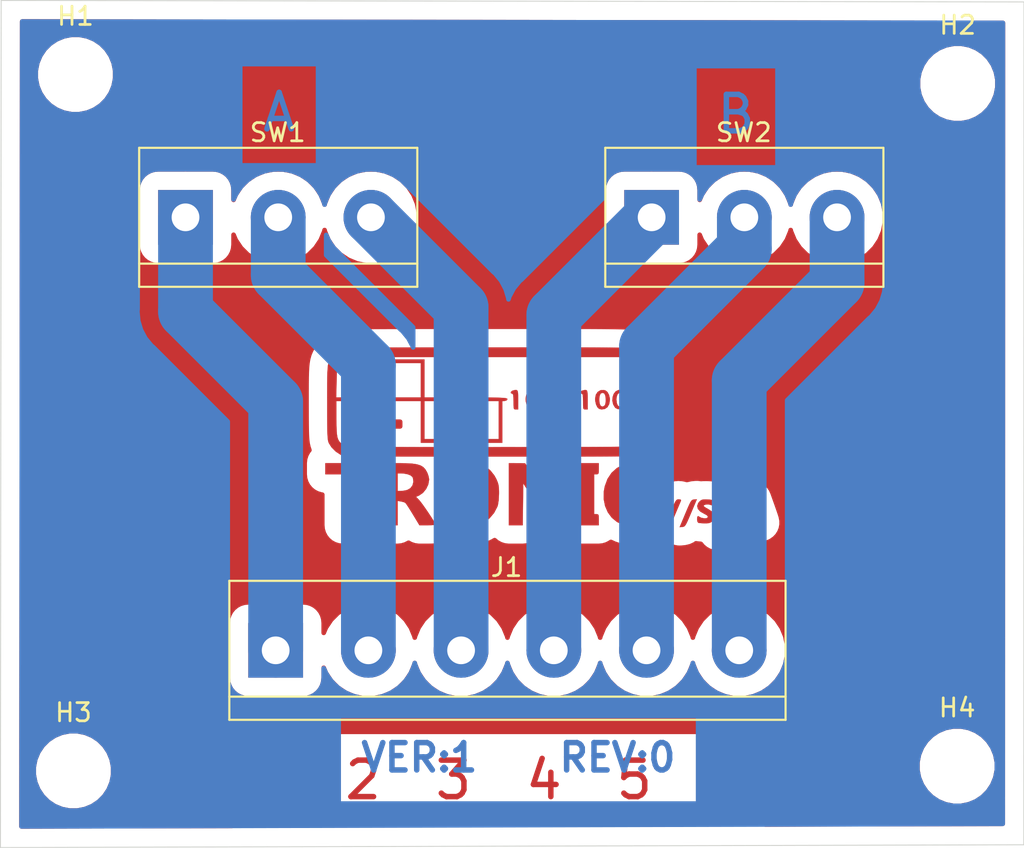
<source format=kicad_pcb>
(kicad_pcb (version 20171130) (host pcbnew "(5.1.10)-1")

  (general
    (thickness 1.6)
    (drawings 8)
    (tracks 16)
    (zones 0)
    (modules 8)
    (nets 7)
  )

  (page A4)
  (layers
    (0 F.Cu signal)
    (31 B.Cu signal)
    (32 B.Adhes user)
    (33 F.Adhes user)
    (34 B.Paste user)
    (35 F.Paste user)
    (36 B.SilkS user)
    (37 F.SilkS user)
    (38 B.Mask user)
    (39 F.Mask user)
    (40 Dwgs.User user)
    (41 Cmts.User user)
    (42 Eco1.User user)
    (43 Eco2.User user)
    (44 Edge.Cuts user)
    (45 Margin user)
    (46 B.CrtYd user)
    (47 F.CrtYd user)
    (48 B.Fab user)
    (49 F.Fab user)
  )

  (setup
    (last_trace_width 3)
    (user_trace_width 3)
    (trace_clearance 0.2)
    (zone_clearance 1)
    (zone_45_only no)
    (trace_min 0.2)
    (via_size 0.8)
    (via_drill 0.4)
    (via_min_size 0.4)
    (via_min_drill 0.3)
    (uvia_size 0.3)
    (uvia_drill 0.1)
    (uvias_allowed no)
    (uvia_min_size 0.2)
    (uvia_min_drill 0.1)
    (edge_width 0.05)
    (segment_width 0.2)
    (pcb_text_width 0.3)
    (pcb_text_size 1.5 1.5)
    (mod_edge_width 0.12)
    (mod_text_size 1 1)
    (mod_text_width 0.15)
    (pad_size 1.524 1.524)
    (pad_drill 0.762)
    (pad_to_mask_clearance 0)
    (aux_axis_origin 0 0)
    (visible_elements FFFFFF7F)
    (pcbplotparams
      (layerselection 0x010fc_ffffffff)
      (usegerberextensions false)
      (usegerberattributes true)
      (usegerberadvancedattributes true)
      (creategerberjobfile true)
      (excludeedgelayer true)
      (linewidth 0.100000)
      (plotframeref false)
      (viasonmask false)
      (mode 1)
      (useauxorigin false)
      (hpglpennumber 1)
      (hpglpenspeed 20)
      (hpglpendiameter 15.000000)
      (psnegative false)
      (psa4output false)
      (plotreference true)
      (plotvalue true)
      (plotinvisibletext false)
      (padsonsilk false)
      (subtractmaskfromsilk false)
      (outputformat 1)
      (mirror false)
      (drillshape 1)
      (scaleselection 1)
      (outputdirectory ""))
  )

  (net 0 "")
  (net 1 3B)
  (net 2 2B)
  (net 3 1B)
  (net 4 1A)
  (net 5 3A)
  (net 6 2A)

  (net_class Default "This is the default net class."
    (clearance 0.2)
    (trace_width 0.25)
    (via_dia 0.8)
    (via_drill 0.4)
    (uvia_dia 0.3)
    (uvia_drill 0.1)
    (add_net 1A)
    (add_net 1B)
    (add_net 2A)
    (add_net 2B)
    (add_net 3A)
    (add_net 3B)
  )

  (module TerminalBlock:TerminalBlock_bornier-3_P5.08mm (layer F.Cu) (tedit 59FF03B9) (tstamp 61D16CED)
    (at 155.53 70.88)
    (descr "simple 3-pin terminal block, pitch 5.08mm, revamped version of bornier3")
    (tags "terminal block bornier3")
    (path /61D0FABC)
    (fp_text reference SW2 (at 5.05 -4.65) (layer F.SilkS)
      (effects (font (size 1 1) (thickness 0.15)))
    )
    (fp_text value SW_DPDT_x2 (at 5.08 5.08) (layer F.Fab)
      (effects (font (size 1 1) (thickness 0.15)))
    )
    (fp_text user %R (at 5.08 0) (layer F.Fab)
      (effects (font (size 1 1) (thickness 0.15)))
    )
    (fp_line (start -2.47 2.55) (end 12.63 2.55) (layer F.Fab) (width 0.1))
    (fp_line (start -2.47 -3.75) (end 12.63 -3.75) (layer F.Fab) (width 0.1))
    (fp_line (start 12.63 -3.75) (end 12.63 3.75) (layer F.Fab) (width 0.1))
    (fp_line (start 12.63 3.75) (end -2.47 3.75) (layer F.Fab) (width 0.1))
    (fp_line (start -2.47 3.75) (end -2.47 -3.75) (layer F.Fab) (width 0.1))
    (fp_line (start -2.54 3.81) (end -2.54 -3.81) (layer F.SilkS) (width 0.12))
    (fp_line (start 12.7 3.81) (end 12.7 -3.81) (layer F.SilkS) (width 0.12))
    (fp_line (start -2.54 2.54) (end 12.7 2.54) (layer F.SilkS) (width 0.12))
    (fp_line (start -2.54 -3.81) (end 12.7 -3.81) (layer F.SilkS) (width 0.12))
    (fp_line (start -2.54 3.81) (end 12.7 3.81) (layer F.SilkS) (width 0.12))
    (fp_line (start -2.72 -4) (end 12.88 -4) (layer F.CrtYd) (width 0.05))
    (fp_line (start -2.72 -4) (end -2.72 4) (layer F.CrtYd) (width 0.05))
    (fp_line (start 12.88 4) (end 12.88 -4) (layer F.CrtYd) (width 0.05))
    (fp_line (start 12.88 4) (end -2.72 4) (layer F.CrtYd) (width 0.05))
    (pad 3 thru_hole circle (at 10.16 0) (size 3 3) (drill 1.52) (layers *.Cu *.Mask)
      (net 1 3B))
    (pad 2 thru_hole circle (at 5.08 0) (size 3 3) (drill 1.52) (layers *.Cu *.Mask)
      (net 2 2B))
    (pad 1 thru_hole rect (at 0 0) (size 3 3) (drill 1.52) (layers *.Cu *.Mask)
      (net 3 1B))
    (model ${KISYS3DMOD}/TerminalBlock.3dshapes/TerminalBlock_bornier-3_P5.08mm.wrl
      (offset (xyz 5.079999923706055 0 0))
      (scale (xyz 1 1 1))
      (rotate (xyz 0 0 0))
    )
  )

  (module TerminalBlock:TerminalBlock_bornier-3_P5.08mm (layer F.Cu) (tedit 59FF03B9) (tstamp 61D16CAE)
    (at 129.99 70.88)
    (descr "simple 3-pin terminal block, pitch 5.08mm, revamped version of bornier3")
    (tags "terminal block bornier3")
    (path /61D1A605)
    (fp_text reference SW1 (at 5.05 -4.65) (layer F.SilkS)
      (effects (font (size 1 1) (thickness 0.15)))
    )
    (fp_text value SW_DPDT_x2 (at 5.08 5.08) (layer F.Fab)
      (effects (font (size 1 1) (thickness 0.15)))
    )
    (fp_text user %R (at 5.08 0) (layer F.Fab)
      (effects (font (size 1 1) (thickness 0.15)))
    )
    (fp_line (start -2.47 2.55) (end 12.63 2.55) (layer F.Fab) (width 0.1))
    (fp_line (start -2.47 -3.75) (end 12.63 -3.75) (layer F.Fab) (width 0.1))
    (fp_line (start 12.63 -3.75) (end 12.63 3.75) (layer F.Fab) (width 0.1))
    (fp_line (start 12.63 3.75) (end -2.47 3.75) (layer F.Fab) (width 0.1))
    (fp_line (start -2.47 3.75) (end -2.47 -3.75) (layer F.Fab) (width 0.1))
    (fp_line (start -2.54 3.81) (end -2.54 -3.81) (layer F.SilkS) (width 0.12))
    (fp_line (start 12.7 3.81) (end 12.7 -3.81) (layer F.SilkS) (width 0.12))
    (fp_line (start -2.54 2.54) (end 12.7 2.54) (layer F.SilkS) (width 0.12))
    (fp_line (start -2.54 -3.81) (end 12.7 -3.81) (layer F.SilkS) (width 0.12))
    (fp_line (start -2.54 3.81) (end 12.7 3.81) (layer F.SilkS) (width 0.12))
    (fp_line (start -2.72 -4) (end 12.88 -4) (layer F.CrtYd) (width 0.05))
    (fp_line (start -2.72 -4) (end -2.72 4) (layer F.CrtYd) (width 0.05))
    (fp_line (start 12.88 4) (end 12.88 -4) (layer F.CrtYd) (width 0.05))
    (fp_line (start 12.88 4) (end -2.72 4) (layer F.CrtYd) (width 0.05))
    (pad 3 thru_hole circle (at 10.16 0) (size 3 3) (drill 1.52) (layers *.Cu *.Mask)
      (net 5 3A))
    (pad 2 thru_hole circle (at 5.08 0) (size 3 3) (drill 1.52) (layers *.Cu *.Mask)
      (net 6 2A))
    (pad 1 thru_hole rect (at 0 0) (size 3 3) (drill 1.52) (layers *.Cu *.Mask)
      (net 4 1A))
    (model ${KISYS3DMOD}/TerminalBlock.3dshapes/TerminalBlock_bornier-3_P5.08mm.wrl
      (offset (xyz 5.079999923706055 0 0))
      (scale (xyz 1 1 1))
      (rotate (xyz 0 0 0))
    )
  )

  (module "Logo tronic:TRONIC_PCB_B" (layer F.Cu) (tedit 60737BBA) (tstamp 61D16C6B)
    (at 149.74 84.41)
    (path /61D15830)
    (fp_text reference Logo1 (at 0 0) (layer F.SilkS) hide
      (effects (font (size 1.524 1.524) (thickness 0.3)))
    )
    (fp_text value Logo_tronic_Slik (at 0.75 0) (layer F.SilkS) hide
      (effects (font (size 1.524 1.524) (thickness 0.3)))
    )
    (fp_poly (pts (xy 10.046596 2.301015) (xy 10.212904 2.339284) (xy 10.315966 2.418147) (xy 10.374275 2.549591)
      (xy 10.398484 2.680189) (xy 10.391403 2.912716) (xy 10.310099 3.093659) (xy 10.166675 3.209991)
      (xy 9.973237 3.248684) (xy 9.879661 3.238587) (xy 9.804334 3.231144) (xy 9.767174 3.262442)
      (xy 9.754759 3.356208) (xy 9.7536 3.461444) (xy 9.7536 3.7084) (xy 9.398 3.7084)
      (xy 9.398 2.749973) (xy 9.711735 2.749973) (xy 9.729034 2.894674) (xy 9.782628 2.968171)
      (xy 9.875459 3.038968) (xy 9.951332 3.026556) (xy 9.99744 2.98704) (xy 10.03806 2.898401)
      (xy 10.057987 2.760702) (xy 10.0584 2.738475) (xy 10.032334 2.585305) (xy 9.964394 2.510761)
      (xy 9.869962 2.52323) (xy 9.792144 2.593319) (xy 9.711735 2.749973) (xy 9.398 2.749973)
      (xy 9.398 2.292234) (xy 9.798551 2.291354) (xy 10.046596 2.301015)) (layer F.Cu) (width 0.01))
    (fp_poly (pts (xy 7.386046 1.947719) (xy 7.403123 1.9939) (xy 7.375406 2.061177) (xy 7.31559 2.203736)
      (xy 7.231352 2.403364) (xy 7.130366 2.641851) (xy 7.081969 2.7559) (xy 6.966646 3.025215)
      (xy 6.881347 3.214676) (xy 6.817182 3.33828) (xy 6.765264 3.410026) (xy 6.716703 3.443912)
      (xy 6.662612 3.453935) (xy 6.638445 3.4544) (xy 6.531923 3.436698) (xy 6.516301 3.3909)
      (xy 6.54387 3.323497) (xy 6.6031 3.180663) (xy 6.686388 2.980669) (xy 6.78613 2.74179)
      (xy 6.833343 2.6289) (xy 6.946906 2.359566) (xy 7.030784 2.170166) (xy 7.093891 2.046653)
      (xy 7.145142 1.974979) (xy 7.193453 1.941096) (xy 7.247738 1.930958) (xy 7.276641 1.9304)
      (xy 7.386046 1.947719)) (layer F.Cu) (width 0.01))
    (fp_poly (pts (xy 7.953964 2.676801) (xy 7.834276 2.958037) (xy 7.744923 3.159199) (xy 7.677375 3.29409)
      (xy 7.623106 3.376511) (xy 7.573587 3.420263) (xy 7.520291 3.439147) (xy 7.479526 3.44463)
      (xy 7.322929 3.46026) (xy 7.638272 2.70803) (xy 7.75696 2.426811) (xy 7.845488 2.225708)
      (xy 7.912398 2.0909) (xy 7.966231 2.008561) (xy 8.015528 1.96487) (xy 8.068831 1.946003)
      (xy 8.11271 1.940201) (xy 8.271804 1.924603) (xy 7.953964 2.676801)) (layer F.Cu) (width 0.01))
    (fp_poly (pts (xy -3.974662 -0.090454) (xy -3.693076 -0.049382) (xy -3.590744 -0.020726) (xy -3.308087 0.123122)
      (xy -3.044614 0.345684) (xy -2.823969 0.624173) (xy -2.715376 0.822935) (xy -2.644437 0.991151)
      (xy -2.60125 1.137473) (xy -2.579449 1.297737) (xy -2.572671 1.50778) (xy -2.57281 1.6256)
      (xy -2.589246 1.978214) (xy -2.632903 2.244975) (xy -2.659244 2.329696) (xy -2.83931 2.676016)
      (xy -3.093021 2.974943) (xy -3.401516 3.207638) (xy -3.658391 3.327678) (xy -3.832718 3.366731)
      (xy -4.067785 3.390713) (xy -4.325069 3.398645) (xy -4.566047 3.389547) (xy -4.752195 3.362438)
      (xy -4.7752 3.356095) (xy -5.115592 3.204617) (xy -5.417352 2.978396) (xy -5.660121 2.696519)
      (xy -5.823537 2.378076) (xy -5.826065 2.370862) (xy -5.891096 2.087903) (xy -5.917735 1.75242)
      (xy -5.914343 1.651) (xy -5.079434 1.651) (xy -5.047225 1.997138) (xy -4.947282 2.278875)
      (xy -4.818068 2.465073) (xy -4.606096 2.642383) (xy -4.363532 2.723779) (xy -4.085968 2.710485)
      (xy -4.00468 2.690882) (xy -3.779385 2.57778) (xy -3.600358 2.383727) (xy -3.475079 2.121674)
      (xy -3.411026 1.804575) (xy -3.404167 1.651) (xy -3.439247 1.309395) (xy -3.538796 1.023324)
      (xy -3.694272 0.80144) (xy -3.897138 0.652396) (xy -4.138854 0.584847) (xy -4.410881 0.607445)
      (xy -4.429232 0.612193) (xy -4.687213 0.73034) (xy -4.883409 0.92582) (xy -5.013994 1.19252)
      (xy -5.075142 1.524327) (xy -5.079434 1.651) (xy -5.914343 1.651) (xy -5.906144 1.40589)
      (xy -5.856483 1.089791) (xy -5.820615 0.9652) (xy -5.697328 0.719072) (xy -5.507826 0.469797)
      (xy -5.278154 0.243858) (xy -5.034355 0.067741) (xy -4.855051 -0.016694) (xy -4.598391 -0.073974)
      (xy -4.290681 -0.098606) (xy -3.974662 -0.090454)) (layer F.Cu) (width 0.01))
    (fp_poly (pts (xy 5.246469 -0.095027) (xy 5.46093 -0.078575) (xy 5.622241 -0.055165) (xy 5.6515 -0.048129)
      (xy 5.842 0.004775) (xy 5.842 0.383387) (xy 5.839635 0.564887) (xy 5.833382 0.6989)
      (xy 5.824504 0.760516) (xy 5.822803 0.762) (xy 5.768483 0.744096) (xy 5.655363 0.699224)
      (xy 5.606903 0.679028) (xy 5.439911 0.631708) (xy 5.223818 0.600877) (xy 5.08 0.593671)
      (xy 4.734965 0.630888) (xy 4.453962 0.746041) (xy 4.240214 0.936233) (xy 4.096943 1.198567)
      (xy 4.027373 1.530146) (xy 4.026509 1.540501) (xy 4.037199 1.899755) (xy 4.129419 2.204895)
      (xy 4.300776 2.450853) (xy 4.539951 2.627883) (xy 4.712215 2.682144) (xy 4.944665 2.707568)
      (xy 5.200109 2.70431) (xy 5.441356 2.672526) (xy 5.606903 2.623438) (xy 5.733293 2.571789)
      (xy 5.813942 2.542498) (xy 5.825029 2.54) (xy 5.833545 2.586517) (xy 5.836168 2.709235)
      (xy 5.832454 2.882897) (xy 5.831525 2.906836) (xy 5.8166 3.273672) (xy 5.6134 3.334732)
      (xy 5.42814 3.369484) (xy 5.177064 3.389185) (xy 4.894605 3.393997) (xy 4.615195 3.384081)
      (xy 4.373268 3.3596) (xy 4.225204 3.32821) (xy 3.888475 3.172915) (xy 3.607974 2.941868)
      (xy 3.389677 2.647621) (xy 3.239561 2.302725) (xy 3.163603 1.919732) (xy 3.167779 1.511193)
      (xy 3.220956 1.2192) (xy 3.369931 0.814439) (xy 3.591261 0.479572) (xy 3.880766 0.21767)
      (xy 4.234267 0.031808) (xy 4.647584 -0.074942) (xy 5.017044 -0.101317) (xy 5.246469 -0.095027)) (layer F.Cu) (width 0.01))
    (fp_poly (pts (xy -9.3472 0.5588) (xy -10.3124 0.5588) (xy -10.3124 3.3528) (xy -11.1252 3.3528)
      (xy -11.1252 0.5588) (xy -12.0904 0.5588) (xy -12.0904 -0.0508) (xy -9.3472 -0.0508)
      (xy -9.3472 0.5588)) (layer F.Cu) (width 0.01))
    (fp_poly (pts (xy -7.64156 -0.04513) (xy -7.312575 -0.025047) (xy -7.05775 0.014051) (xy -6.863603 0.07677)
      (xy -6.71665 0.167715) (xy -6.603409 0.291489) (xy -6.510397 0.452698) (xy -6.496342 0.4826)
      (xy -6.43604 0.652696) (xy -6.403622 0.81942) (xy -6.401916 0.852531) (xy -6.444509 1.111799)
      (xy -6.562795 1.363177) (xy -6.737455 1.576719) (xy -6.94917 1.72248) (xy -6.968624 1.730937)
      (xy -7.118112 1.792857) (xy -6.942432 1.975928) (xy -6.857989 2.077531) (xy -6.737476 2.239728)
      (xy -6.595159 2.441345) (xy -6.445301 2.661207) (xy -6.30217 2.878137) (xy -6.180028 3.070961)
      (xy -6.093143 3.218504) (xy -6.060079 3.285699) (xy -6.069072 3.31886) (xy -6.13667 3.339521)
      (xy -6.277547 3.349994) (xy -6.484265 3.352624) (xy -6.9342 3.352448) (xy -7.289421 2.764419)
      (xy -7.424826 2.543753) (xy -7.545697 2.353197) (xy -7.64047 2.210533) (xy -7.697576 2.133539)
      (xy -7.703988 2.127137) (xy -7.791734 2.086224) (xy -7.927692 2.051398) (xy -7.945668 2.048294)
      (xy -8.128 2.018706) (xy -8.128 3.3528) (xy -8.89 3.3528) (xy -8.89 1.4732)
      (xy -8.128 1.4732) (xy -7.9629 1.472916) (xy -7.797647 1.458257) (xy -7.619463 1.423019)
      (xy -7.607382 1.419751) (xy -7.433256 1.32366) (xy -7.314345 1.164304) (xy -7.262383 0.970244)
      (xy -7.289107 0.770042) (xy -7.315798 0.710083) (xy -7.41 0.62545) (xy -7.577353 0.557942)
      (xy -7.789727 0.51669) (xy -7.9375 0.508283) (xy -8.128 0.508) (xy -8.128 1.4732)
      (xy -8.89 1.4732) (xy -8.89 -0.0508) (xy -8.058187 -0.0508) (xy -7.64156 -0.04513)) (layer F.Cu) (width 0.01))
    (fp_poly (pts (xy 1.0668 3.3528) (xy 0.26469 3.3528) (xy -1.2446 1.059628) (xy -1.271908 3.3528)
      (xy -2.032 3.3528) (xy -2.032 -0.0508) (xy -1.143 -0.046896) (xy 0.2794 2.151252)
      (xy 0.29309 1.050226) (xy 0.306781 -0.0508) (xy 1.0668 -0.0508) (xy 1.0668 3.3528)) (layer F.Cu) (width 0.01))
    (fp_poly (pts (xy 2.8956 0.254) (xy 2.89291 0.422924) (xy 2.878216 0.514126) (xy 2.841577 0.551463)
      (xy 2.773051 0.558793) (xy 2.7686 0.5588) (xy 2.6416 0.5588) (xy 2.6416 2.7432)
      (xy 2.7686 2.7432) (xy 2.838985 2.749653) (xy 2.876985 2.784919) (xy 2.892543 2.872854)
      (xy 2.895597 3.037316) (xy 2.8956 3.048) (xy 2.8956 3.3528) (xy 1.524 3.3528)
      (xy 1.524 2.7432) (xy 1.8288 2.7432) (xy 1.8288 0.5588) (xy 1.524 0.5588)
      (xy 1.524 -0.0508) (xy 2.8956 -0.0508) (xy 2.8956 0.254)) (layer F.Cu) (width 0.01))
    (fp_poly (pts (xy 8.852012 1.940678) (xy 9.025177 1.950953) (xy 9.121461 1.9697) (xy 9.165466 2.010223)
      (xy 9.181794 2.085825) (xy 9.185318 2.1209) (xy 9.192101 2.238305) (xy 9.164603 2.27835)
      (xy 9.077831 2.25797) (xy 9.016781 2.235116) (xy 8.8901 2.210045) (xy 8.759976 2.216783)
      (xy 8.66367 2.249895) (xy 8.636 2.290651) (xy 8.677631 2.336129) (xy 8.78498 2.406668)
      (xy 8.888175 2.462875) (xy 9.103889 2.603501) (xy 9.223206 2.755482) (xy 9.244572 2.91439)
      (xy 9.166436 3.075797) (xy 9.120909 3.126509) (xy 9.02968 3.200244) (xy 8.92277 3.237008)
      (xy 8.762965 3.247517) (xy 8.701809 3.247189) (xy 8.530333 3.240792) (xy 8.396524 3.228492)
      (xy 8.3439 3.217556) (xy 8.300982 3.154313) (xy 8.280653 3.033986) (xy 8.2804 3.018366)
      (xy 8.295108 2.885541) (xy 8.341119 2.847448) (xy 8.40994 2.890248) (xy 8.512183 2.94209)
      (xy 8.654804 2.970766) (xy 8.7856 2.968656) (xy 8.833008 2.951989) (xy 8.876517 2.885497)
      (xy 8.822853 2.808981) (xy 8.675393 2.727002) (xy 8.662378 2.721482) (xy 8.449157 2.59916)
      (xy 8.322238 2.452508) (xy 8.285752 2.292366) (xy 8.34383 2.129573) (xy 8.407512 2.052669)
      (xy 8.49081 1.981841) (xy 8.581337 1.945974) (xy 8.713681 1.936354) (xy 8.852012 1.940678)) (layer F.Cu) (width 0.01))
    (fp_poly (pts (xy 11.141671 1.940501) (xy 11.348134 1.9558) (xy 11.565796 2.5654) (xy 11.648079 2.798464)
      (xy 11.716285 2.996627) (xy 11.763853 3.140462) (xy 11.784223 3.210544) (xy 11.784528 3.2131)
      (xy 11.740617 3.238333) (xy 11.631319 3.250889) (xy 11.608767 3.2512) (xy 11.482356 3.237691)
      (xy 11.420314 3.182858) (xy 11.40006 3.1242) (xy 11.366994 3.044188) (xy 11.300271 3.007111)
      (xy 11.168268 2.997291) (xy 11.143835 2.9972) (xy 10.997679 3.005734) (xy 10.918469 3.041887)
      (xy 10.87224 3.12148) (xy 10.8712 3.1242) (xy 10.814498 3.214243) (xy 10.714226 3.248386)
      (xy 10.645369 3.2512) (xy 10.467824 3.2512) (xy 10.675138 2.6797) (xy 10.676943 2.67469)
      (xy 11.005097 2.67469) (xy 11.01074 2.725779) (xy 11.05559 2.741946) (xy 11.126457 2.7432)
      (xy 11.231612 2.732125) (xy 11.273764 2.705455) (xy 11.273735 2.7051) (xy 11.254778 2.636253)
      (xy 11.21301 2.515441) (xy 11.203295 2.4892) (xy 11.152448 2.381287) (xy 11.116112 2.370734)
      (xy 11.107067 2.3876) (xy 11.037571 2.568643) (xy 11.005097 2.67469) (xy 10.676943 2.67469)
      (xy 10.758725 2.447754) (xy 10.830935 2.244564) (xy 10.883798 2.092735) (xy 10.90883 2.016701)
      (xy 10.949241 1.957209) (xy 11.041927 1.937048) (xy 11.141671 1.940501)) (layer F.Cu) (width 0.01))
    (fp_poly (pts (xy 0.67558 -6.400585) (xy 1.386609 -6.400102) (xy 2.019875 -6.398957) (xy 2.580147 -6.396957)
      (xy 3.072192 -6.393913) (xy 3.500777 -6.389634) (xy 3.87067 -6.383929) (xy 4.186639 -6.37661)
      (xy 4.45345 -6.367484) (xy 4.675872 -6.356362) (xy 4.858672 -6.343054) (xy 5.006617 -6.327368)
      (xy 5.124475 -6.309115) (xy 5.217014 -6.288105) (xy 5.289 -6.264146) (xy 5.345202 -6.237048)
      (xy 5.390387 -6.206621) (xy 5.429323 -6.172675) (xy 5.466776 -6.13502) (xy 5.507515 -6.093464)
      (xy 5.546271 -6.056746) (xy 5.639809 -5.971489) (xy 5.717279 -5.893053) (xy 5.780202 -5.811335)
      (xy 5.830098 -5.716232) (xy 5.868484 -5.597644) (xy 5.896882 -5.445468) (xy 5.91681 -5.249602)
      (xy 5.929787 -4.999944) (xy 5.937334 -4.686392) (xy 5.940969 -4.298844) (xy 5.942213 -3.827199)
      (xy 5.942484 -3.422504) (xy 5.94265 -2.888283) (xy 5.941609 -2.44535) (xy 5.938012 -2.083394)
      (xy 5.930508 -1.792103) (xy 5.917745 -1.561166) (xy 5.898375 -1.380272) (xy 5.871047 -1.239109)
      (xy 5.834411 -1.127364) (xy 5.787115 -1.034728) (xy 5.72781 -0.950888) (xy 5.655146 -0.865534)
      (xy 5.599545 -0.803729) (xy 5.449591 -0.662832) (xy 5.282677 -0.542283) (xy 5.207 -0.501176)
      (xy 5.176866 -0.488979) (xy 5.139382 -0.477902) (xy 5.089772 -0.467892) (xy 5.02326 -0.458897)
      (xy 4.935068 -0.450862) (xy 4.820422 -0.443734) (xy 4.674545 -0.437462) (xy 4.49266 -0.43199)
      (xy 4.269993 -0.427267) (xy 4.001765 -0.423238) (xy 3.683202 -0.419851) (xy 3.309528 -0.417053)
      (xy 2.875965 -0.41479) (xy 2.377738 -0.413009) (xy 1.810071 -0.411657) (xy 1.168187 -0.410681)
      (xy 0.447311 -0.410027) (xy -0.357334 -0.409643) (xy -1.250524 -0.409476) (xy -2.237036 -0.409471)
      (xy -3.0226 -0.40954) (xy -4.078955 -0.40968) (xy -5.038494 -0.409888) (xy -5.906004 -0.410223)
      (xy -6.686269 -0.410744) (xy -7.384075 -0.411511) (xy -8.004207 -0.412582) (xy -8.551449 -0.414018)
      (xy -9.030588 -0.415876) (xy -9.446408 -0.418216) (xy -9.803694 -0.421097) (xy -10.107232 -0.424579)
      (xy -10.361807 -0.42872) (xy -10.572204 -0.433579) (xy -10.743207 -0.439216) (xy -10.879603 -0.44569)
      (xy -10.986176 -0.453059) (xy -11.067712 -0.461384) (xy -11.128995 -0.470723) (xy -11.174811 -0.481135)
      (xy -11.209945 -0.492679) (xy -11.239182 -0.505415) (xy -11.251002 -0.511207) (xy -11.524307 -0.689857)
      (xy -11.75282 -0.921006) (xy -11.892288 -1.143) (xy -11.915987 -1.200426) (xy -11.935382 -1.267447)
      (xy -11.950907 -1.354262) (xy -11.962996 -1.471069) (xy -11.972083 -1.628069) (xy -11.978602 -1.835458)
      (xy -11.982987 -2.103438) (xy -11.985672 -2.442205) (xy -11.987091 -2.86196) (xy -11.987678 -3.372901)
      (xy -11.987685 -3.384697) (xy -11.987769 -3.657601) (xy -11.489364 -3.657601) (xy -10.773882 -3.6576)
      (xy -10.0584 -3.6576) (xy -10.0584 -5.5372) (xy -9.8552 -5.5372) (xy -9.8552 -3.6576)
      (xy -6.858 -3.6576) (xy -6.858 -5.5372) (xy -9.8552 -5.5372) (xy -10.0584 -5.5372)
      (xy -10.0584 -5.7404) (xy -6.6548 -5.7404) (xy -6.6548 -3.6576) (xy -5.7912 -3.6576)
      (xy -5.7912 -5.5372) (xy -5.588 -5.5372) (xy -5.588 -3.6576) (xy -3.6576 -3.6576)
      (xy -3.6576 -5.5372) (xy -5.588 -5.5372) (xy -5.7912 -5.5372) (xy -5.7912 -5.7404)
      (xy -3.4544 -5.7404) (xy -3.4544 -4.700475) (xy -3.454401 -3.660549) (xy -2.7813 -3.646375)
      (xy -2.502354 -3.638732) (xy -2.310297 -3.62827) (xy -2.190421 -3.613015) (xy -2.128018 -3.590991)
      (xy -2.108382 -3.560226) (xy -2.1082 -3.556) (xy -2.153668 -3.492216) (xy -2.2479 -3.463726)
      (xy -2.3876 -3.447652) (xy -2.3876 -1.1684) (xy -3.6576 -1.1684) (xy -3.6576 -3.4544)
      (xy -3.4544 -3.4544) (xy -3.4544 -1.3716) (xy -2.5908 -1.3716) (xy -2.5908 -3.4544)
      (xy -3.4544 -3.4544) (xy -3.6576 -3.4544) (xy -5.588 -3.4544) (xy -5.588 -1.1684)
      (xy -6.858 -1.1684) (xy -6.858 -3.4544) (xy -6.6548 -3.4544) (xy -6.6548 -1.3716)
      (xy -5.7912 -1.3716) (xy -5.7912 -3.4544) (xy -6.6548 -3.4544) (xy -6.858 -3.4544)
      (xy -9.8552 -3.4544) (xy -9.8552 -1.1684) (xy -11.1252 -1.1684) (xy -11.1252 -3.4544)
      (xy -10.922 -3.4544) (xy -10.922 -1.3716) (xy -10.0584 -1.3716) (xy -10.0584 -3.4544)
      (xy -10.922 -3.4544) (xy -11.1252 -3.4544) (xy -11.4808 -3.4544) (xy -11.4808 -2.512969)
      (xy -11.478546 -2.134469) (xy -11.469819 -1.842198) (xy -11.45168 -1.620846) (xy -11.421185 -1.455104)
      (xy -11.375393 -1.329663) (xy -11.311361 -1.229212) (xy -11.226148 -1.138442) (xy -11.214587 -1.127683)
      (xy -11.077994 -1.029836) (xy -10.94134 -0.966705) (xy -10.87473 -0.961787) (xy -10.712125 -0.957132)
      (xy -10.459131 -0.952766) (xy -10.121353 -0.948712) (xy -9.704395 -0.944997) (xy -9.213863 -0.941644)
      (xy -8.655362 -0.938679) (xy -8.034497 -0.936126) (xy -7.356873 -0.934011) (xy -6.628095 -0.932357)
      (xy -5.853769 -0.931191) (xy -5.039499 -0.930536) (xy -4.19089 -0.930419) (xy -3.313548 -0.930862)
      (xy -2.93742 -0.931223) (xy -1.893109 -0.932374) (xy -0.945597 -0.933483) (xy -0.090084 -0.934619)
      (xy 0.678232 -0.935849) (xy 1.364151 -0.937242) (xy 1.972474 -0.938865) (xy 2.508003 -0.940787)
      (xy 2.975537 -0.943075) (xy 3.379878 -0.945798) (xy 3.725826 -0.949023) (xy 4.018182 -0.952819)
      (xy 4.261748 -0.957253) (xy 4.461323 -0.962394) (xy 4.62171 -0.96831) (xy 4.747707 -0.975068)
      (xy 4.844117 -0.982737) (xy 4.915741 -0.991384) (xy 4.967378 -1.001078) (xy 5.00383 -1.011887)
      (xy 5.029898 -1.023879) (xy 5.050382 -1.037121) (xy 5.060441 -1.044539) (xy 5.196072 -1.165531)
      (xy 5.305461 -1.289542) (xy 5.331994 -1.328279) (xy 5.353623 -1.373146) (xy 5.370849 -1.434239)
      (xy 5.384173 -1.521659) (xy 5.394094 -1.645504) (xy 5.401113 -1.815873) (xy 5.40573 -2.042864)
      (xy 5.408445 -2.336576) (xy 5.40976 -2.707107) (xy 5.410174 -3.164556) (xy 5.4102 -3.403552)
      (xy 5.410029 -3.903779) (xy 5.409186 -4.312504) (xy 5.407168 -4.639827) (xy 5.403475 -4.895848)
      (xy 5.397608 -5.090664) (xy 5.389066 -5.234375) (xy 5.377348 -5.337079) (xy 5.361955 -5.408876)
      (xy 5.342385 -5.459864) (xy 5.318139 -5.500143) (xy 5.305461 -5.51761) (xy 5.184475 -5.653252)
      (xy 5.060437 -5.762662) (xy 4.920153 -5.8674) (xy -10.965346 -5.8674) (xy -11.105634 -5.762662)
      (xy -11.226066 -5.667828) (xy -11.315345 -5.577516) (xy -11.378509 -5.47462) (xy -11.420599 -5.342033)
      (xy -11.446652 -5.162647) (xy -11.461708 -4.919355) (xy -11.470807 -4.595051) (xy -11.472382 -4.517617)
      (xy -11.489364 -3.657601) (xy -11.987769 -3.657601) (xy -11.987851 -3.918918) (xy -11.98681 -4.361851)
      (xy -11.983213 -4.723807) (xy -11.975709 -5.015098) (xy -11.962946 -5.246035) (xy -11.943576 -5.426929)
      (xy -11.916248 -5.568092) (xy -11.879612 -5.679837) (xy -11.832316 -5.772473) (xy -11.773011 -5.856313)
      (xy -11.700347 -5.941667) (xy -11.644746 -6.003472) (xy -11.494792 -6.144369) (xy -11.327878 -6.264918)
      (xy -11.2522 -6.306025) (xy -11.222015 -6.318237) (xy -11.184438 -6.329329) (xy -11.134687 -6.339354)
      (xy -11.067982 -6.348369) (xy -10.97954 -6.356426) (xy -10.864579 -6.363581) (xy -10.718318 -6.369889)
      (xy -10.535974 -6.375403) (xy -10.312765 -6.380179) (xy -10.04391 -6.384271) (xy -9.724627 -6.387733)
      (xy -9.350134 -6.39062) (xy -8.915649 -6.392986) (xy -8.41639 -6.394887) (xy -7.847576 -6.396376)
      (xy -7.204423 -6.397509) (xy -6.482151 -6.398339) (xy -5.675978 -6.398922) (xy -4.781122 -6.399311)
      (xy -3.7928 -6.399562) (xy -3.041504 -6.399685) (xy -1.971753 -6.399953) (xy -0.998833 -6.40032)
      (xy -0.117978 -6.400593) (xy 0.67558 -6.400585)) (layer F.Cu) (width 0.01))
    (fp_poly (pts (xy -1.557822 -4.020892) (xy -1.533263 -3.918753) (xy -1.524902 -3.742387) (xy -1.524 -3.5306)
      (xy -1.524 -2.9972) (xy -1.651 -2.9972) (xy -1.7125 -3.001165) (xy -1.750033 -3.026469)
      (xy -1.769517 -3.093228) (xy -1.776867 -3.221556) (xy -1.778 -3.429) (xy -1.781254 -3.644878)
      (xy -1.793096 -3.777002) (xy -1.81665 -3.843075) (xy -1.8542 -3.8608) (xy -1.921518 -3.889288)
      (xy -1.921527 -3.95166) (xy -1.861938 -4.013281) (xy -1.8161 -4.031982) (xy -1.690499 -4.062501)
      (xy -1.60732 -4.063806) (xy -1.557822 -4.020892)) (layer F.Cu) (width 0.01))
    (fp_poly (pts (xy -0.535676 -4.032444) (xy -0.43614 -3.947595) (xy -0.355578 -3.795616) (xy -0.309827 -3.61093)
      (xy -0.3048 -3.5306) (xy -0.340695 -3.29533) (xy -0.43961 -3.120673) (xy -0.588395 -3.017613)
      (xy -0.773898 -2.997133) (xy -0.902769 -3.031201) (xy -0.992346 -3.114531) (xy -1.065378 -3.268369)
      (xy -1.109758 -3.461715) (xy -1.114279 -3.5306) (xy -0.889 -3.5306) (xy -0.868798 -3.314446)
      (xy -0.807328 -3.188941) (xy -0.7112 -3.151156) (xy -0.651826 -3.174871) (xy -0.6096 -3.199325)
      (xy -0.558489 -3.278378) (xy -0.535393 -3.439816) (xy -0.5334 -3.5306) (xy -0.553603 -3.746755)
      (xy -0.615073 -3.87226) (xy -0.7112 -3.910045) (xy -0.812486 -3.866929) (xy -0.871295 -3.735746)
      (xy -0.889 -3.5306) (xy -1.114279 -3.5306) (xy -1.1176 -3.581187) (xy -1.078901 -3.80101)
      (xy -0.973303 -3.961902) (xy -0.816555 -4.051648) (xy -0.624405 -4.058037) (xy -0.535676 -4.032444)) (layer F.Cu) (width 0.01))
    (fp_poly (pts (xy 0.390892 -4.042572) (xy 0.512828 -3.966427) (xy 0.586078 -3.857167) (xy 0.643738 -3.671106)
      (xy 0.650103 -3.463271) (xy 0.61037 -3.265835) (xy 0.529736 -3.11097) (xy 0.455196 -3.046928)
      (xy 0.29114 -3.000735) (xy 0.12011 -3.014843) (xy -0.012349 -3.084855) (xy -0.019963 -3.092792)
      (xy -0.125408 -3.265203) (xy -0.170398 -3.463451) (xy -0.166398 -3.542951) (xy 0.0508 -3.542951)
      (xy 0.071997 -3.347394) (xy 0.128415 -3.21334) (xy 0.209291 -3.152262) (xy 0.303862 -3.175634)
      (xy 0.352177 -3.221677) (xy 0.392544 -3.328388) (xy 0.402462 -3.486107) (xy 0.38559 -3.656573)
      (xy 0.345587 -3.801523) (xy 0.289124 -3.880968) (xy 0.192108 -3.895291) (xy 0.113036 -3.823799)
      (xy 0.06287 -3.682038) (xy 0.0508 -3.542951) (xy -0.166398 -3.542951) (xy -0.16027 -3.664699)
      (xy -0.100357 -3.846109) (xy 0.004005 -3.984846) (xy 0.147482 -4.058073) (xy 0.206918 -4.064)
      (xy 0.390892 -4.042572)) (layer F.Cu) (width 0.01))
    (fp_poly (pts (xy 1.379311 -4.020585) (xy 1.510875 -3.894804) (xy 1.583433 -3.693359) (xy 1.596571 -3.5306)
      (xy 1.585839 -3.345423) (xy 1.545588 -3.220093) (xy 1.47523 -3.126362) (xy 1.312893 -3.017152)
      (xy 1.13462 -3.001593) (xy 0.963679 -3.079608) (xy 0.910555 -3.128293) (xy 0.832285 -3.235995)
      (xy 0.795489 -3.36684) (xy 0.7874 -3.5306) (xy 0.787939 -3.53454) (xy 1.016 -3.53454)
      (xy 1.036693 -3.334532) (xy 1.092304 -3.201165) (xy 1.173132 -3.144513) (xy 1.269475 -3.174645)
      (xy 1.317377 -3.221677) (xy 1.355971 -3.325206) (xy 1.366408 -3.480804) (xy 1.351935 -3.65029)
      (xy 1.3158 -3.795486) (xy 1.261558 -3.878023) (xy 1.154572 -3.903975) (xy 1.074409 -3.838601)
      (xy 1.026836 -3.689965) (xy 1.016 -3.53454) (xy 0.787939 -3.53454) (xy 0.820782 -3.774186)
      (xy 0.916854 -3.948637) (xy 1.069504 -4.045929) (xy 1.1938 -4.064) (xy 1.379311 -4.020585)) (layer F.Cu) (width 0.01))
    (fp_poly (pts (xy 2.252178 -4.020892) (xy 2.276737 -3.918753) (xy 2.285098 -3.742387) (xy 2.286 -3.5306)
      (xy 2.286 -2.9972) (xy 2.159 -2.9972) (xy 2.0975 -3.001165) (xy 2.059967 -3.026469)
      (xy 2.040483 -3.093228) (xy 2.033133 -3.221556) (xy 2.032 -3.429) (xy 2.028746 -3.644878)
      (xy 2.016904 -3.777002) (xy 1.99335 -3.843075) (xy 1.9558 -3.8608) (xy 1.888482 -3.889288)
      (xy 1.888473 -3.95166) (xy 1.948062 -4.013281) (xy 1.9939 -4.031982) (xy 2.119501 -4.062501)
      (xy 2.20268 -4.063806) (xy 2.252178 -4.020892)) (layer F.Cu) (width 0.01))
    (fp_poly (pts (xy 3.274324 -4.032444) (xy 3.37386 -3.947595) (xy 3.454422 -3.795616) (xy 3.500173 -3.61093)
      (xy 3.5052 -3.5306) (xy 3.469305 -3.29533) (xy 3.37039 -3.120673) (xy 3.221605 -3.017613)
      (xy 3.036102 -2.997133) (xy 2.907231 -3.031201) (xy 2.817654 -3.114531) (xy 2.744622 -3.268369)
      (xy 2.700242 -3.461715) (xy 2.695721 -3.5306) (xy 2.921 -3.5306) (xy 2.941202 -3.314446)
      (xy 3.002672 -3.188941) (xy 3.0988 -3.151156) (xy 3.158174 -3.174871) (xy 3.2004 -3.199325)
      (xy 3.251511 -3.278378) (xy 3.274607 -3.439816) (xy 3.2766 -3.5306) (xy 3.256397 -3.746755)
      (xy 3.194927 -3.87226) (xy 3.0988 -3.910045) (xy 2.997514 -3.866929) (xy 2.938705 -3.735746)
      (xy 2.921 -3.5306) (xy 2.695721 -3.5306) (xy 2.6924 -3.581187) (xy 2.731099 -3.80101)
      (xy 2.836697 -3.961902) (xy 2.993445 -4.051648) (xy 3.185595 -4.058037) (xy 3.274324 -4.032444)) (layer F.Cu) (width 0.01))
    (fp_poly (pts (xy 4.200892 -4.042572) (xy 4.322828 -3.966427) (xy 4.396078 -3.857167) (xy 4.453738 -3.671106)
      (xy 4.460103 -3.463271) (xy 4.42037 -3.265835) (xy 4.339736 -3.11097) (xy 4.265196 -3.046928)
      (xy 4.10114 -3.000735) (xy 3.93011 -3.014843) (xy 3.797651 -3.084855) (xy 3.790037 -3.092792)
      (xy 3.684592 -3.265203) (xy 3.639602 -3.463451) (xy 3.643602 -3.542951) (xy 3.8608 -3.542951)
      (xy 3.881997 -3.347394) (xy 3.938415 -3.21334) (xy 4.019291 -3.152262) (xy 4.113862 -3.175634)
      (xy 4.162177 -3.221677) (xy 4.202544 -3.328388) (xy 4.212462 -3.486107) (xy 4.19559 -3.656573)
      (xy 4.155587 -3.801523) (xy 4.099124 -3.880968) (xy 4.002108 -3.895291) (xy 3.923036 -3.823799)
      (xy 3.87287 -3.682038) (xy 3.8608 -3.542951) (xy 3.643602 -3.542951) (xy 3.64973 -3.664699)
      (xy 3.709643 -3.846109) (xy 3.814005 -3.984846) (xy 3.957482 -4.058073) (xy 4.016918 -4.064)
      (xy 4.200892 -4.042572)) (layer F.Cu) (width 0.01))
    (fp_poly (pts (xy 5.096978 -4.020892) (xy 5.121537 -3.918753) (xy 5.129898 -3.742387) (xy 5.1308 -3.5306)
      (xy 5.1308 -2.9972) (xy 5.0038 -2.9972) (xy 4.9423 -3.001165) (xy 4.904767 -3.026469)
      (xy 4.885283 -3.093228) (xy 4.877933 -3.221556) (xy 4.8768 -3.429) (xy 4.873546 -3.644878)
      (xy 4.861704 -3.777002) (xy 4.83815 -3.843075) (xy 4.8006 -3.8608) (xy 4.733282 -3.889288)
      (xy 4.733273 -3.95166) (xy 4.792862 -4.013281) (xy 4.8387 -4.031982) (xy 4.964301 -4.062501)
      (xy 5.04748 -4.063806) (xy 5.096978 -4.020892)) (layer F.Cu) (width 0.01))
  )

  (module TerminalBlock:TerminalBlock_bornier-6_P5.08mm (layer F.Cu) (tedit 59FF03F5) (tstamp 61D15E79)
    (at 134.93 94.62)
    (descr "simple 6pin terminal block, pitch 5.08mm, revamped version of bornier6")
    (tags "terminal block bornier6")
    (path /61D119A0)
    (fp_text reference J1 (at 12.65 -4.55) (layer F.SilkS)
      (effects (font (size 1 1) (thickness 0.15)))
    )
    (fp_text value Screw_Terminal_01x06 (at 12.7 4.75) (layer F.Fab)
      (effects (font (size 1 1) (thickness 0.15)))
    )
    (fp_text user %R (at 12.7 0) (layer F.Fab)
      (effects (font (size 1 1) (thickness 0.15)))
    )
    (fp_line (start -2.5 2.55) (end 27.9 2.55) (layer F.Fab) (width 0.1))
    (fp_line (start -2.5 -3.75) (end -2.5 3.75) (layer F.Fab) (width 0.1))
    (fp_line (start -2.5 3.75) (end 27.9 3.75) (layer F.Fab) (width 0.1))
    (fp_line (start 27.9 3.75) (end 27.9 -3.75) (layer F.Fab) (width 0.1))
    (fp_line (start 27.9 -3.75) (end -2.5 -3.75) (layer F.Fab) (width 0.1))
    (fp_line (start -2.54 -3.81) (end -2.54 3.81) (layer F.SilkS) (width 0.12))
    (fp_line (start 27.94 3.81) (end 27.94 -3.81) (layer F.SilkS) (width 0.12))
    (fp_line (start -2.54 2.54) (end 27.94 2.54) (layer F.SilkS) (width 0.12))
    (fp_line (start -2.54 -3.81) (end 27.94 -3.81) (layer F.SilkS) (width 0.12))
    (fp_line (start -2.54 3.81) (end 27.94 3.81) (layer F.SilkS) (width 0.12))
    (fp_line (start -2.75 -4) (end 28.15 -4) (layer F.CrtYd) (width 0.05))
    (fp_line (start -2.75 -4) (end -2.75 4) (layer F.CrtYd) (width 0.05))
    (fp_line (start 28.15 4) (end 28.15 -4) (layer F.CrtYd) (width 0.05))
    (fp_line (start 28.15 4) (end -2.75 4) (layer F.CrtYd) (width 0.05))
    (pad 6 thru_hole circle (at 25.4 0) (size 3 3) (drill 1.52) (layers *.Cu *.Mask)
      (net 1 3B))
    (pad 5 thru_hole circle (at 20.32 0) (size 3 3) (drill 1.52) (layers *.Cu *.Mask)
      (net 2 2B))
    (pad 4 thru_hole circle (at 15.24 0) (size 3 3) (drill 1.52) (layers *.Cu *.Mask)
      (net 3 1B))
    (pad 1 thru_hole rect (at 0 0) (size 3 3) (drill 1.52) (layers *.Cu *.Mask)
      (net 4 1A))
    (pad 3 thru_hole circle (at 10.16 0) (size 3 3) (drill 1.52) (layers *.Cu *.Mask)
      (net 5 3A))
    (pad 2 thru_hole circle (at 5.08 0) (size 3 3) (drill 1.52) (layers *.Cu *.Mask)
      (net 6 2A))
    (model ${KISYS3DMOD}/TerminalBlock.3dshapes/TerminalBlock_bornier-6_P5.08mm.wrl
      (offset (xyz 12.69999980926514 0 0))
      (scale (xyz 1 1 1))
      (rotate (xyz 0 0 0))
    )
  )

  (module MountingHole:MountingHole_2.1mm (layer F.Cu) (tedit 5B924765) (tstamp 61D15E60)
    (at 172.27 100.97)
    (descr "Mounting Hole 2.1mm, no annular")
    (tags "mounting hole 2.1mm no annular")
    (path /61D1552A)
    (attr virtual)
    (fp_text reference H4 (at 0 -3.2) (layer F.SilkS)
      (effects (font (size 1 1) (thickness 0.15)))
    )
    (fp_text value . (at 0 3.2) (layer F.Fab)
      (effects (font (size 1 1) (thickness 0.15)))
    )
    (fp_text user %R (at -0.005001 0.174999) (layer F.Fab)
      (effects (font (size 1 1) (thickness 0.15)))
    )
    (fp_circle (center 0 0) (end 2.1 0) (layer Cmts.User) (width 0.15))
    (fp_circle (center 0 0) (end 2.35 0) (layer F.CrtYd) (width 0.05))
    (pad "" np_thru_hole circle (at 0 0) (size 2.1 2.1) (drill 2.1) (layers *.Cu *.Mask))
  )

  (module MountingHole:MountingHole_2.1mm (layer F.Cu) (tedit 5B924765) (tstamp 61D15E58)
    (at 123.85 101.23)
    (descr "Mounting Hole 2.1mm, no annular")
    (tags "mounting hole 2.1mm no annular")
    (path /61D15301)
    (attr virtual)
    (fp_text reference H3 (at 0 -3.2) (layer F.SilkS)
      (effects (font (size 1 1) (thickness 0.15)))
    )
    (fp_text value . (at 0 3.2) (layer F.Fab)
      (effects (font (size 1 1) (thickness 0.15)))
    )
    (fp_text user %R (at 0.3 0) (layer F.Fab)
      (effects (font (size 1 1) (thickness 0.15)))
    )
    (fp_circle (center 0 0) (end 2.1 0) (layer Cmts.User) (width 0.15))
    (fp_circle (center 0 0) (end 2.35 0) (layer F.CrtYd) (width 0.05))
    (pad "" np_thru_hole circle (at 0 0) (size 2.1 2.1) (drill 2.1) (layers *.Cu *.Mask))
  )

  (module MountingHole:MountingHole_2.1mm (layer F.Cu) (tedit 5B924765) (tstamp 61D15E50)
    (at 172.3 63.54)
    (descr "Mounting Hole 2.1mm, no annular")
    (tags "mounting hole 2.1mm no annular")
    (path /61D15082)
    (attr virtual)
    (fp_text reference H2 (at 0 -3.2) (layer F.SilkS)
      (effects (font (size 1 1) (thickness 0.15)))
    )
    (fp_text value . (at 0 3.2) (layer F.Fab)
      (effects (font (size 1 1) (thickness 0.15)))
    )
    (fp_text user %R (at 0.3 0) (layer F.Fab)
      (effects (font (size 1 1) (thickness 0.15)))
    )
    (fp_circle (center 0 0) (end 2.1 0) (layer Cmts.User) (width 0.15))
    (fp_circle (center 0 0) (end 2.35 0) (layer F.CrtYd) (width 0.05))
    (pad "" np_thru_hole circle (at 0 0) (size 2.1 2.1) (drill 2.1) (layers *.Cu *.Mask))
  )

  (module MountingHole:MountingHole_2.1mm (layer F.Cu) (tedit 5B924765) (tstamp 61D16A1C)
    (at 123.96 63.05)
    (descr "Mounting Hole 2.1mm, no annular")
    (tags "mounting hole 2.1mm no annular")
    (path /61D148CB)
    (attr virtual)
    (fp_text reference H1 (at 0 -3.2) (layer F.SilkS)
      (effects (font (size 1 1) (thickness 0.15)))
    )
    (fp_text value . (at 0 3.2) (layer F.Fab)
      (effects (font (size 1 1) (thickness 0.15)))
    )
    (fp_text user %R (at 0.3 0) (layer F.Fab)
      (effects (font (size 1 1) (thickness 0.15)))
    )
    (fp_circle (center 0 0) (end 2.1 0) (layer Cmts.User) (width 0.15))
    (fp_circle (center 0 0) (end 2.35 0) (layer F.CrtYd) (width 0.05))
    (pad "" np_thru_hole circle (at 0 0) (size 2.1 2.1) (drill 2.1) (layers *.Cu *.Mask))
  )

  (gr_text "VER:1    REV:0" (at 148.23 100.5) (layer B.Cu)
    (effects (font (size 1.5 1.5) (thickness 0.3)))
  )
  (gr_text "B\n" (at 160.15 65.23) (layer B.Cu) (tstamp 61D16DD4)
    (effects (font (size 2 2) (thickness 0.3)))
  )
  (gr_text A (at 135.12 65.12) (layer B.Cu) (tstamp 61D16DC6)
    (effects (font (size 2 2) (thickness 0.3)))
  )
  (gr_text "1  2  3  4  5  6" (at 147.15 101.73) (layer F.Cu)
    (effects (font (size 2 2) (thickness 0.3)))
  )
  (gr_line (start 119.85 105.43) (end 119.89 58.99) (layer Edge.Cuts) (width 0.05) (tstamp 61D16BC6))
  (gr_line (start 175.92 105.28) (end 119.85 105.43) (layer Edge.Cuts) (width 0.05))
  (gr_line (start 175.93 59.07) (end 175.92 105.28) (layer Edge.Cuts) (width 0.05))
  (gr_line (start 119.89 58.99) (end 175.93 59.07) (layer Edge.Cuts) (width 0.05))

  (segment (start 160.33 94.62) (end 160.33 79.82) (width 3) (layer B.Cu) (net 1) (tstamp 61D16D39))
  (segment (start 165.69 74.46) (end 165.69 70.88) (width 3) (layer B.Cu) (net 1) (tstamp 61D16D2D))
  (segment (start 160.33 79.82) (end 165.69 74.46) (width 3) (layer B.Cu) (net 1) (tstamp 61D16D42))
  (segment (start 155.25 94.62) (end 155.25 77.96) (width 3) (layer B.Cu) (net 2) (tstamp 61D16D1B))
  (segment (start 160.61 72.6) (end 160.61 70.88) (width 3) (layer B.Cu) (net 2) (tstamp 61D16D24))
  (segment (start 155.25 77.96) (end 160.61 72.6) (width 3) (layer B.Cu) (net 2) (tstamp 61D16D27))
  (segment (start 150.17 76.24) (end 155.53 70.88) (width 3) (layer B.Cu) (net 3) (tstamp 61D16D21))
  (segment (start 150.17 94.62) (end 150.17 76.24) (width 3) (layer B.Cu) (net 3) (tstamp 61D16D2A))
  (segment (start 129.99 70.88) (end 129.99 76.05) (width 3) (layer B.Cu) (net 4) (tstamp 61D16D30))
  (segment (start 134.93 80.99) (end 134.93 94.62) (width 3) (layer B.Cu) (net 4) (tstamp 61D16D36))
  (segment (start 129.99 76.05) (end 134.93 80.99) (width 3) (layer B.Cu) (net 4) (tstamp 61D16D3F))
  (segment (start 145.09 75.82) (end 140.15 70.88) (width 3) (layer B.Cu) (net 5) (tstamp 61D16D1E))
  (segment (start 145.09 94.62) (end 145.09 75.82) (width 3) (layer B.Cu) (net 5) (tstamp 61D16D18))
  (segment (start 135.07 70.88) (end 135.07 74.04) (width 3) (layer B.Cu) (net 6) (tstamp 61D16D45))
  (segment (start 140.01 78.98) (end 140.01 94.62) (width 3) (layer B.Cu) (net 6) (tstamp 61D16D33))
  (segment (start 135.07 74.04) (end 140.01 78.98) (width 3) (layer B.Cu) (net 6) (tstamp 61D16D3C))

  (zone (net 0) (net_name "") (layer F.Cu) (tstamp 0) (hatch edge 0.508)
    (connect_pads (clearance 1))
    (min_thickness 0.254)
    (fill yes (arc_segments 32) (thermal_gap 0.508) (thermal_bridge_width 0.508))
    (polygon
      (pts
        (xy 175.910227 59.066966) (xy 175.910227 105.236966) (xy 119.830227 105.416966) (xy 119.870227 58.976966) (xy 119.870227 58.966966)
      )
    )
    (filled_polygon
      (pts
        (xy 174.777752 60.220356) (xy 174.768249 104.131077) (xy 161.760334 104.165877) (xy 161.760334 100.755584) (xy 170.093 100.755584)
        (xy 170.093 101.184416) (xy 170.17666 101.605008) (xy 170.340767 102.001196) (xy 170.579013 102.357757) (xy 170.882243 102.660987)
        (xy 171.238804 102.899233) (xy 171.634992 103.06334) (xy 172.055584 103.147) (xy 172.484416 103.147) (xy 172.905008 103.06334)
        (xy 173.301196 102.899233) (xy 173.657757 102.660987) (xy 173.960987 102.357757) (xy 174.199233 102.001196) (xy 174.36334 101.605008)
        (xy 174.447 101.184416) (xy 174.447 100.755584) (xy 174.36334 100.334992) (xy 174.199233 99.938804) (xy 173.960987 99.582243)
        (xy 173.657757 99.279013) (xy 173.301196 99.040767) (xy 172.905008 98.87666) (xy 172.484416 98.793) (xy 172.055584 98.793)
        (xy 171.634992 98.87666) (xy 171.238804 99.040767) (xy 170.882243 99.279013) (xy 170.579013 99.582243) (xy 170.340767 99.938804)
        (xy 170.17666 100.334992) (xy 170.093 100.755584) (xy 161.760334 100.755584) (xy 161.760334 99.088) (xy 132.539667 99.088)
        (xy 132.539667 104.244049) (xy 121.002995 104.274912) (xy 121.005802 101.015584) (xy 121.673 101.015584) (xy 121.673 101.444416)
        (xy 121.75666 101.865008) (xy 121.920767 102.261196) (xy 122.159013 102.617757) (xy 122.462243 102.920987) (xy 122.818804 103.159233)
        (xy 123.214992 103.32334) (xy 123.635584 103.407) (xy 124.064416 103.407) (xy 124.485008 103.32334) (xy 124.881196 103.159233)
        (xy 125.237757 102.920987) (xy 125.540987 102.617757) (xy 125.779233 102.261196) (xy 125.94334 101.865008) (xy 126.027 101.444416)
        (xy 126.027 101.015584) (xy 125.94334 100.594992) (xy 125.779233 100.198804) (xy 125.540987 99.842243) (xy 125.237757 99.539013)
        (xy 124.881196 99.300767) (xy 124.485008 99.13666) (xy 124.064416 99.053) (xy 123.635584 99.053) (xy 123.214992 99.13666)
        (xy 122.818804 99.300767) (xy 122.462243 99.539013) (xy 122.159013 99.842243) (xy 121.920767 100.198804) (xy 121.75666 100.594992)
        (xy 121.673 101.015584) (xy 121.005802 101.015584) (xy 121.012602 93.12) (xy 132.297547 93.12) (xy 132.297547 96.12)
        (xy 132.319307 96.340931) (xy 132.38375 96.553371) (xy 132.4884 96.749157) (xy 132.629235 96.920765) (xy 132.800843 97.0616)
        (xy 132.996629 97.16625) (xy 133.209069 97.230693) (xy 133.43 97.252453) (xy 136.43 97.252453) (xy 136.650931 97.230693)
        (xy 136.863371 97.16625) (xy 137.059157 97.0616) (xy 137.230765 96.920765) (xy 137.3716 96.749157) (xy 137.47625 96.553371)
        (xy 137.540693 96.340931) (xy 137.562453 96.12) (xy 137.562453 95.575781) (xy 137.681983 95.864351) (xy 137.969476 96.294615)
        (xy 138.335385 96.660524) (xy 138.765649 96.948017) (xy 139.243732 97.146046) (xy 139.751263 97.247) (xy 140.268737 97.247)
        (xy 140.776268 97.146046) (xy 141.254351 96.948017) (xy 141.684615 96.660524) (xy 142.050524 96.294615) (xy 142.338017 95.864351)
        (xy 142.536046 95.386268) (xy 142.55 95.316116) (xy 142.563954 95.386268) (xy 142.761983 95.864351) (xy 143.049476 96.294615)
        (xy 143.415385 96.660524) (xy 143.845649 96.948017) (xy 144.323732 97.146046) (xy 144.831263 97.247) (xy 145.348737 97.247)
        (xy 145.856268 97.146046) (xy 146.334351 96.948017) (xy 146.764615 96.660524) (xy 147.130524 96.294615) (xy 147.418017 95.864351)
        (xy 147.616046 95.386268) (xy 147.63 95.316116) (xy 147.643954 95.386268) (xy 147.841983 95.864351) (xy 148.129476 96.294615)
        (xy 148.495385 96.660524) (xy 148.925649 96.948017) (xy 149.403732 97.146046) (xy 149.911263 97.247) (xy 150.428737 97.247)
        (xy 150.936268 97.146046) (xy 151.414351 96.948017) (xy 151.844615 96.660524) (xy 152.210524 96.294615) (xy 152.498017 95.864351)
        (xy 152.696046 95.386268) (xy 152.71 95.316116) (xy 152.723954 95.386268) (xy 152.921983 95.864351) (xy 153.209476 96.294615)
        (xy 153.575385 96.660524) (xy 154.005649 96.948017) (xy 154.483732 97.146046) (xy 154.991263 97.247) (xy 155.508737 97.247)
        (xy 156.016268 97.146046) (xy 156.494351 96.948017) (xy 156.924615 96.660524) (xy 157.290524 96.294615) (xy 157.578017 95.864351)
        (xy 157.776046 95.386268) (xy 157.79 95.316116) (xy 157.803954 95.386268) (xy 158.001983 95.864351) (xy 158.289476 96.294615)
        (xy 158.655385 96.660524) (xy 159.085649 96.948017) (xy 159.563732 97.146046) (xy 160.071263 97.247) (xy 160.588737 97.247)
        (xy 161.096268 97.146046) (xy 161.574351 96.948017) (xy 162.004615 96.660524) (xy 162.370524 96.294615) (xy 162.658017 95.864351)
        (xy 162.856046 95.386268) (xy 162.957 94.878737) (xy 162.957 94.361263) (xy 162.856046 93.853732) (xy 162.658017 93.375649)
        (xy 162.370524 92.945385) (xy 162.004615 92.579476) (xy 161.574351 92.291983) (xy 161.096268 92.093954) (xy 160.588737 91.993)
        (xy 160.071263 91.993) (xy 159.563732 92.093954) (xy 159.085649 92.291983) (xy 158.655385 92.579476) (xy 158.289476 92.945385)
        (xy 158.001983 93.375649) (xy 157.803954 93.853732) (xy 157.79 93.923884) (xy 157.776046 93.853732) (xy 157.578017 93.375649)
        (xy 157.290524 92.945385) (xy 156.924615 92.579476) (xy 156.494351 92.291983) (xy 156.016268 92.093954) (xy 155.508737 91.993)
        (xy 154.991263 91.993) (xy 154.483732 92.093954) (xy 154.005649 92.291983) (xy 153.575385 92.579476) (xy 153.209476 92.945385)
        (xy 152.921983 93.375649) (xy 152.723954 93.853732) (xy 152.71 93.923884) (xy 152.696046 93.853732) (xy 152.498017 93.375649)
        (xy 152.210524 92.945385) (xy 151.844615 92.579476) (xy 151.414351 92.291983) (xy 150.936268 92.093954) (xy 150.428737 91.993)
        (xy 149.911263 91.993) (xy 149.403732 92.093954) (xy 148.925649 92.291983) (xy 148.495385 92.579476) (xy 148.129476 92.945385)
        (xy 147.841983 93.375649) (xy 147.643954 93.853732) (xy 147.63 93.923884) (xy 147.616046 93.853732) (xy 147.418017 93.375649)
        (xy 147.130524 92.945385) (xy 146.764615 92.579476) (xy 146.334351 92.291983) (xy 145.856268 92.093954) (xy 145.348737 91.993)
        (xy 144.831263 91.993) (xy 144.323732 92.093954) (xy 143.845649 92.291983) (xy 143.415385 92.579476) (xy 143.049476 92.945385)
        (xy 142.761983 93.375649) (xy 142.563954 93.853732) (xy 142.55 93.923884) (xy 142.536046 93.853732) (xy 142.338017 93.375649)
        (xy 142.050524 92.945385) (xy 141.684615 92.579476) (xy 141.254351 92.291983) (xy 140.776268 92.093954) (xy 140.268737 91.993)
        (xy 139.751263 91.993) (xy 139.243732 92.093954) (xy 138.765649 92.291983) (xy 138.335385 92.579476) (xy 137.969476 92.945385)
        (xy 137.681983 93.375649) (xy 137.562453 93.664219) (xy 137.562453 93.12) (xy 137.540693 92.899069) (xy 137.47625 92.686629)
        (xy 137.3716 92.490843) (xy 137.230765 92.319235) (xy 137.059157 92.1784) (xy 136.863371 92.07375) (xy 136.650931 92.009307)
        (xy 136.43 91.987547) (xy 133.43 91.987547) (xy 133.209069 92.009307) (xy 132.996629 92.07375) (xy 132.800843 92.1784)
        (xy 132.629235 92.319235) (xy 132.4884 92.490843) (xy 132.38375 92.686629) (xy 132.319307 92.899069) (xy 132.297547 93.12)
        (xy 121.012602 93.12) (xy 121.020147 84.3592) (xy 136.5176 84.3592) (xy 136.5176 84.9688) (xy 136.52799 85.074761)
        (xy 136.537651 85.180916) (xy 136.538772 85.184724) (xy 136.539159 85.188673) (xy 136.569945 85.290641) (xy 136.600028 85.392855)
        (xy 136.601867 85.396372) (xy 136.603014 85.400172) (xy 136.653028 85.494235) (xy 136.702383 85.588642) (xy 136.70487 85.591735)
        (xy 136.706733 85.595239) (xy 136.774057 85.677787) (xy 136.840817 85.760819) (xy 136.843858 85.76337) (xy 136.846366 85.766446)
        (xy 136.928464 85.834363) (xy 137.010057 85.902828) (xy 137.013534 85.904739) (xy 137.016594 85.907271) (xy 137.110359 85.95797)
        (xy 137.203658 86.009261) (xy 137.207439 86.01046) (xy 137.210932 86.012349) (xy 137.312709 86.043854) (xy 137.414244 86.076063)
        (xy 137.418189 86.076506) (xy 137.42198 86.077679) (xy 137.4828 86.084071) (xy 137.4828 87.7628) (xy 137.493198 87.868844)
        (xy 137.502851 87.974916) (xy 137.503972 87.978724) (xy 137.504359 87.982673) (xy 137.535145 88.084641) (xy 137.565228 88.186855)
        (xy 137.567067 88.190372) (xy 137.568214 88.194172) (xy 137.618228 88.288235) (xy 137.667583 88.382642) (xy 137.67007 88.385735)
        (xy 137.671933 88.389239) (xy 137.739257 88.471787) (xy 137.806017 88.554819) (xy 137.809058 88.55737) (xy 137.811566 88.560446)
        (xy 137.893664 88.628363) (xy 137.975257 88.696828) (xy 137.978734 88.698739) (xy 137.981794 88.701271) (xy 138.075559 88.75197)
        (xy 138.168858 88.803261) (xy 138.172639 88.80446) (xy 138.176132 88.806349) (xy 138.277909 88.837854) (xy 138.379444 88.870063)
        (xy 138.383389 88.870506) (xy 138.38718 88.871679) (xy 138.493068 88.882808) (xy 138.598995 88.89469) (xy 138.606622 88.894743)
        (xy 138.606897 88.894772) (xy 138.607173 88.894747) (xy 138.6148 88.8948) (xy 139.4276 88.8948) (xy 139.533644 88.884402)
        (xy 139.639716 88.874749) (xy 139.643524 88.873628) (xy 139.647473 88.873241) (xy 139.749441 88.842455) (xy 139.851655 88.812372)
        (xy 139.855172 88.810533) (xy 139.858972 88.809386) (xy 139.953035 88.759372) (xy 140.047442 88.710017) (xy 140.050535 88.70753)
        (xy 140.054039 88.705667) (xy 140.136587 88.638343) (xy 140.138716 88.636631) (xy 140.210457 88.696828) (xy 140.213934 88.698739)
        (xy 140.216994 88.701271) (xy 140.310759 88.75197) (xy 140.404058 88.803261) (xy 140.407839 88.80446) (xy 140.411332 88.806349)
        (xy 140.513109 88.837854) (xy 140.614644 88.870063) (xy 140.618589 88.870506) (xy 140.62238 88.871679) (xy 140.728268 88.882808)
        (xy 140.834195 88.89469) (xy 140.841822 88.894743) (xy 140.842097 88.894772) (xy 140.842373 88.894747) (xy 140.85 88.8948)
        (xy 141.612 88.8948) (xy 141.718044 88.884402) (xy 141.824116 88.874749) (xy 141.827924 88.873628) (xy 141.831873 88.873241)
        (xy 141.933841 88.842455) (xy 142.036055 88.812372) (xy 142.039572 88.810533) (xy 142.043372 88.809386) (xy 142.137435 88.759372)
        (xy 142.210875 88.720978) (xy 142.245067 88.739793) (xy 142.322667 88.78617) (xy 142.341726 88.792981) (xy 142.359451 88.802734)
        (xy 142.445592 88.830097) (xy 142.530711 88.860514) (xy 142.550723 88.863492) (xy 142.570011 88.869619) (xy 142.659841 88.879731)
        (xy 142.749233 88.893034) (xy 142.769442 88.892068) (xy 142.789552 88.894332) (xy 142.805357 88.894448) (xy 143.255292 88.894624)
        (xy 143.255363 88.894617) (xy 143.270136 88.894532) (xy 143.476854 88.891902) (xy 143.503652 88.88893) (xy 143.530606 88.889941)
        (xy 143.546376 88.888879) (xy 143.687253 88.878406) (xy 143.694525 88.877143) (xy 143.701902 88.877221) (xy 143.803303 88.858253)
        (xy 143.904923 88.840605) (xy 143.911807 88.837955) (xy 143.919063 88.836598) (xy 143.93421 88.832084) (xy 144.001808 88.811423)
        (xy 144.011252 88.807493) (xy 144.021239 88.805292) (xy 144.113151 88.765085) (xy 144.205777 88.726537) (xy 144.214276 88.720848)
        (xy 144.223647 88.716749) (xy 144.259981 88.691471) (xy 144.504562 88.800312) (xy 144.570897 88.822365) (xy 144.595337 88.834225)
        (xy 144.613565 88.839002) (xy 144.648703 88.853067) (xy 144.66391 88.857374) (xy 144.686914 88.863717) (xy 144.70436 88.866735)
        (xy 144.714208 88.870009) (xy 144.747731 88.874238) (xy 144.748547 88.874379) (xy 144.809047 88.890235) (xy 144.824671 88.892622)
        (xy 145.010819 88.919731) (xy 145.063402 88.922198) (xy 145.115456 88.930035) (xy 145.131245 88.930741) (xy 145.372224 88.939839)
        (xy 145.403135 88.937982) (xy 145.434013 88.940485) (xy 145.449814 88.940107) (xy 145.707097 88.932175) (xy 145.739098 88.928038)
        (xy 145.771373 88.928362) (xy 145.787107 88.926867) (xy 146.022174 88.902885) (xy 146.080315 88.891135) (xy 146.139294 88.8847)
        (xy 146.154741 88.881352) (xy 146.329068 88.842299) (xy 146.333027 88.840995) (xy 146.33716 88.840455) (xy 146.437909 88.806457)
        (xy 146.53891 88.773197) (xy 146.54254 88.771149) (xy 146.546491 88.769816) (xy 146.560856 88.763225) (xy 146.817731 88.643185)
        (xy 146.91252 88.587021) (xy 146.926725 88.578612) (xy 146.986864 88.628363) (xy 147.068457 88.696828) (xy 147.071934 88.698739)
        (xy 147.074994 88.701271) (xy 147.168759 88.75197) (xy 147.262058 88.803261) (xy 147.265839 88.80446) (xy 147.269332 88.806349)
        (xy 147.371109 88.837854) (xy 147.472644 88.870063) (xy 147.476589 88.870506) (xy 147.48038 88.871679) (xy 147.586268 88.882808)
        (xy 147.692195 88.89469) (xy 147.699822 88.894743) (xy 147.700097 88.894772) (xy 147.700373 88.894747) (xy 147.708 88.8948)
        (xy 148.468092 88.8948) (xy 148.567437 88.885059) (xy 148.666952 88.877196) (xy 148.677284 88.874288) (xy 148.687965 88.873241)
        (xy 148.783524 88.84439) (xy 148.879619 88.817347) (xy 148.889189 88.812488) (xy 148.899464 88.809386) (xy 148.987597 88.762525)
        (xy 149.076611 88.717331) (xy 149.085056 88.710705) (xy 149.094531 88.705667) (xy 149.171878 88.642584) (xy 149.238228 88.590526)
        (xy 149.281772 88.626868) (xy 149.365147 88.696828) (xy 149.366463 88.697551) (xy 149.367621 88.698518) (xy 149.463384 88.750834)
        (xy 149.558748 88.803261) (xy 149.560182 88.803716) (xy 149.561502 88.804437) (xy 149.665441 88.837106) (xy 149.769334 88.870063)
        (xy 149.770829 88.870231) (xy 149.772265 88.870682) (xy 149.880632 88.882547) (xy 149.988885 88.89469) (xy 149.991713 88.89471)
        (xy 149.99188 88.894728) (xy 149.992063 88.894712) (xy 150.00469 88.8948) (xy 150.8068 88.8948) (xy 150.912844 88.884402)
        (xy 151.018916 88.874749) (xy 151.022724 88.873628) (xy 151.026673 88.873241) (xy 151.034142 88.870986) (xy 151.03638 88.871679)
        (xy 151.142268 88.882808) (xy 151.248195 88.89469) (xy 151.255822 88.894743) (xy 151.256097 88.894772) (xy 151.256373 88.894747)
        (xy 151.264 88.8948) (xy 152.6356 88.8948) (xy 152.741644 88.884402) (xy 152.847716 88.874749) (xy 152.851524 88.873628)
        (xy 152.855473 88.873241) (xy 152.957441 88.842455) (xy 153.059655 88.812372) (xy 153.063172 88.810533) (xy 153.066972 88.809386)
        (xy 153.161035 88.759372) (xy 153.255442 88.710017) (xy 153.258535 88.70753) (xy 153.262039 88.705667) (xy 153.297411 88.676818)
        (xy 153.491128 88.766158) (xy 153.498523 88.768727) (xy 153.505326 88.772587) (xy 153.602783 88.80495) (xy 153.699819 88.838662)
        (xy 153.707568 88.839745) (xy 153.714996 88.842212) (xy 153.730435 88.845598) (xy 153.878499 88.876988) (xy 153.931477 88.882902)
        (xy 153.983587 88.894148) (xy 153.999301 88.895848) (xy 154.241228 88.920329) (xy 154.270396 88.92042) (xy 154.299255 88.924698)
        (xy 154.315047 88.925369) (xy 154.594457 88.935285) (xy 154.616297 88.933923) (xy 154.638082 88.935992) (xy 154.653887 88.935833)
        (xy 154.936346 88.931021) (xy 154.963016 88.927946) (xy 154.98985 88.928843) (xy 155.005616 88.927716) (xy 155.256692 88.908015)
        (xy 155.30865 88.898772) (xy 155.361292 88.894884) (xy 155.376846 88.892078) (xy 155.562106 88.857326) (xy 155.612432 88.842682)
        (xy 155.663999 88.833287) (xy 155.679167 88.828844) (xy 155.703617 88.821497) (xy 155.716636 88.828141) (xy 155.769213 88.86095)
        (xy 155.814805 88.878237) (xy 155.858234 88.900399) (xy 155.917852 88.917309) (xy 155.97579 88.939277) (xy 156.023866 88.947378)
        (xy 156.070777 88.960684) (xy 156.08635 88.963384) (xy 156.192872 88.981086) (xy 156.288732 88.987512) (xy 156.365853 88.994663)
        (xy 156.372936 88.995546) (xy 156.374309 88.995448) (xy 156.384418 88.996385) (xy 156.400222 88.996191) (xy 156.424388 88.995726)
        (xy 156.508663 88.985822) (xy 156.593299 88.979759) (xy 156.608859 88.976988) (xy 156.662951 88.966965) (xy 156.674481 88.963638)
        (xy 156.686402 88.962362) (xy 156.7249 88.950366) (xy 156.776273 88.961192) (xy 156.828656 88.977753) (xy 156.884119 88.983919)
        (xy 156.938707 88.995423) (xy 156.993627 88.996094) (xy 157.048231 89.002165) (xy 157.103831 88.997441) (xy 157.159618 88.998123)
        (xy 157.175356 88.996663) (xy 157.331953 88.981033) (xy 157.343237 88.978778) (xy 157.354746 88.978525) (xy 157.370424 88.976527)
        (xy 157.411189 88.971044) (xy 157.517038 88.946099) (xy 157.62342 88.921323) (xy 157.626071 88.920405) (xy 157.626226 88.920368)
        (xy 157.626384 88.920296) (xy 157.638354 88.916149) (xy 157.691651 88.897264) (xy 157.780562 88.855595) (xy 157.870355 88.815876)
        (xy 157.880488 88.808765) (xy 157.891698 88.803511) (xy 157.960853 88.752692) (xy 157.962106 88.752827) (xy 158.017176 88.764183)
        (xy 158.032905 88.76574) (xy 158.166714 88.77804) (xy 158.189656 88.777901) (xy 158.212343 88.781306) (xy 158.225344 88.781882)
        (xy 158.262457 88.827387) (xy 158.329217 88.910419) (xy 158.332258 88.91297) (xy 158.334766 88.916046) (xy 158.416864 88.983963)
        (xy 158.498457 89.052428) (xy 158.501934 89.054339) (xy 158.504994 89.056871) (xy 158.598759 89.10757) (xy 158.692058 89.158861)
        (xy 158.695839 89.16006) (xy 158.699332 89.161949) (xy 158.801109 89.193454) (xy 158.902644 89.225663) (xy 158.906589 89.226106)
        (xy 158.91038 89.227279) (xy 159.016268 89.238408) (xy 159.122195 89.25029) (xy 159.129822 89.250343) (xy 159.130097 89.250372)
        (xy 159.130373 89.250347) (xy 159.138 89.2504) (xy 159.4936 89.2504) (xy 159.599644 89.240002) (xy 159.705716 89.230349)
        (xy 159.709524 89.229228) (xy 159.713473 89.228841) (xy 159.815441 89.198055) (xy 159.917655 89.167972) (xy 159.921172 89.166133)
        (xy 159.924972 89.164986) (xy 160.019035 89.114972) (xy 160.113442 89.065617) (xy 160.116535 89.06313) (xy 160.120039 89.061267)
        (xy 160.202587 88.993943) (xy 160.285619 88.927183) (xy 160.28817 88.924142) (xy 160.291246 88.921634) (xy 160.359163 88.839536)
        (xy 160.39918 88.791846) (xy 160.400565 88.79171) (xy 160.415796 88.792791) (xy 160.431592 88.792256) (xy 160.500449 88.789442)
        (xy 160.544186 88.783342) (xy 160.588336 88.782414) (xy 160.653342 88.768117) (xy 160.719258 88.758923) (xy 160.760976 88.744444)
        (xy 160.804107 88.734958) (xy 160.819104 88.729968) (xy 160.854279 88.717991) (xy 160.861858 88.719806) (xy 160.870674 88.723676)
        (xy 160.969216 88.745522) (xy 161.067348 88.769028) (xy 161.076966 88.769409) (xy 161.086365 88.771493) (xy 161.102069 88.773282)
        (xy 161.22848 88.786791) (xy 161.260233 88.787068) (xy 161.26387 88.787778) (xy 161.29259 88.787701) (xy 161.348571 88.7932)
        (xy 161.364376 88.793092) (xy 161.386928 88.792781) (xy 161.425101 88.788506) (xy 161.449399 88.788718) (xy 161.457109 88.787261)
        (xy 161.484798 88.787187) (xy 161.500512 88.785493) (xy 161.60981 88.772937) (xy 161.611076 88.772664) (xy 161.612362 88.77264)
        (xy 161.718896 88.749445) (xy 161.825786 88.726425) (xy 161.82697 88.725914) (xy 161.828232 88.725639) (xy 161.928585 88.682039)
        (xy 162.028615 88.638849) (xy 162.029676 88.638118) (xy 162.030862 88.637603) (xy 162.04462 88.629824) (xy 162.088532 88.604591)
        (xy 162.169852 88.546621) (xy 162.207464 88.520863) (xy 162.22437 88.510048) (xy 162.227152 88.50738) (xy 162.252236 88.490201)
        (xy 162.25972 88.482557) (xy 162.268429 88.476349) (xy 162.33693 88.403701) (xy 162.363004 88.377071) (xy 162.383808 88.357115)
        (xy 162.386982 88.35258) (xy 162.406798 88.332342) (xy 162.412654 88.323391) (xy 162.419993 88.315608) (xy 162.473084 88.231028)
        (xy 162.487548 88.208921) (xy 162.510505 88.176126) (xy 162.513607 88.169092) (xy 162.527754 88.147468) (xy 162.53176 88.137549)
        (xy 162.537447 88.12849) (xy 162.573103 88.035197) (xy 162.578152 88.022699) (xy 162.599634 87.973976) (xy 162.601863 87.963997)
        (xy 162.610498 87.94262) (xy 162.612501 87.932116) (xy 162.616321 87.922121) (xy 162.63307 87.824308) (xy 162.647802 87.758362)
        (xy 162.648119 87.745315) (xy 162.651878 87.725602) (xy 162.651802 87.714907) (xy 162.653608 87.704362) (xy 162.651291 87.614888)
        (xy 162.653173 87.5375) (xy 162.650437 87.521672) (xy 162.650317 87.50468) (xy 162.648554 87.488973) (xy 162.648249 87.486417)
        (xy 162.647926 87.48495) (xy 162.647889 87.483509) (xy 162.635558 87.42872) (xy 162.630006 87.403478) (xy 162.615542 87.3198)
        (xy 162.611237 87.304593) (xy 162.590867 87.234511) (xy 162.586106 87.222613) (xy 162.583463 87.210069) (xy 162.578605 87.195029)
        (xy 162.531037 87.051193) (xy 162.530981 87.051066) (xy 162.526657 87.038215) (xy 162.458451 86.840051) (xy 162.458334 86.839795)
        (xy 162.455508 86.83161) (xy 162.373225 86.598545) (xy 162.373137 86.598356) (xy 162.371877 86.594749) (xy 162.154215 85.985148)
        (xy 162.115008 85.902017) (xy 162.078566 85.81765) (xy 162.067954 85.802246) (xy 162.059976 85.785329) (xy 162.005378 85.711407)
        (xy 161.953234 85.635714) (xy 161.939832 85.622663) (xy 161.928719 85.607618) (xy 161.860794 85.545701) (xy 161.794951 85.481587)
        (xy 161.779273 85.471391) (xy 161.765446 85.458787) (xy 161.686781 85.411239) (xy 161.609744 85.361138) (xy 161.592381 85.35418)
        (xy 161.576373 85.344504) (xy 161.489979 85.313143) (xy 161.404671 85.278957) (xy 161.386289 85.275504) (xy 161.368704 85.269121)
        (xy 161.277861 85.255138) (xy 161.18754 85.238173) (xy 161.171786 85.236895) (xy 160.965323 85.221596) (xy 160.950905 85.221939)
        (xy 160.936628 85.219835) (xy 160.920836 85.219179) (xy 160.821092 85.215726) (xy 160.798799 85.217135) (xy 160.776557 85.215061)
        (xy 160.688712 85.224095) (xy 160.600605 85.229665) (xy 160.579015 85.235376) (xy 160.556788 85.237662) (xy 160.541321 85.240914)
        (xy 160.448635 85.261075) (xy 160.362766 85.288763) (xy 160.275962 85.313348) (xy 160.257788 85.322613) (xy 160.238369 85.328875)
        (xy 160.159509 85.372717) (xy 160.079136 85.413692) (xy 160.063107 85.426311) (xy 160.045275 85.436225) (xy 159.976432 85.49455)
        (xy 159.90555 85.550354) (xy 159.892278 85.565845) (xy 159.87671 85.579035) (xy 159.872336 85.584528) (xy 159.846441 85.580598)
        (xy 159.830652 85.579873) (xy 159.656632 85.573095) (xy 159.628282 85.546988) (xy 159.561898 85.49689) (xy 159.498032 85.443644)
        (xy 159.47389 85.430472) (xy 159.451937 85.413904) (xy 159.377096 85.377658) (xy 159.304095 85.337827) (xy 159.277851 85.329594)
        (xy 159.253101 85.317607) (xy 159.17265 85.296589) (xy 159.093297 85.271694) (xy 159.077805 85.268566) (xy 158.981521 85.249819)
        (xy 158.914421 85.243455) (xy 158.847999 85.231987) (xy 158.832228 85.230941) (xy 158.659063 85.220666) (xy 158.651086 85.220973)
        (xy 158.643173 85.219834) (xy 158.62738 85.219231) (xy 158.489048 85.214907) (xy 158.438257 85.218289) (xy 158.387384 85.216297)
        (xy 158.371613 85.217333) (xy 158.240921 85.226833) (xy 158.193171 85.221387) (xy 158.137996 85.209659) (xy 158.083679 85.2089)
        (xy 158.029711 85.202745) (xy 157.973498 85.20736) (xy 157.91709 85.206572) (xy 157.901349 85.208005) (xy 157.742255 85.223603)
        (xy 157.73124 85.225784) (xy 157.720003 85.226006) (xy 157.70432 85.227969) (xy 157.660441 85.233771) (xy 157.553272 85.258774)
        (xy 157.459113 85.280671) (xy 157.394269 85.257955) (xy 157.355953 85.252498) (xy 157.318633 85.242221) (xy 157.303039 85.239641)
        (xy 157.193635 85.222323) (xy 157.102014 85.216887) (xy 157.010595 85.208416) (xy 156.99479 85.208611) (xy 156.965888 85.209169)
        (xy 156.880882 85.219164) (xy 156.795481 85.225403) (xy 156.779925 85.228197) (xy 156.725639 85.238335) (xy 156.713588 85.241831)
        (xy 156.701114 85.243196) (xy 156.694955 85.245131) (xy 156.695931 85.223627) (xy 156.703305 85.177444) (xy 156.704152 85.161661)
        (xy 156.710405 85.027648) (xy 156.709835 85.016508) (xy 156.711223 85.005438) (xy 156.711539 84.989636) (xy 156.713904 84.808136)
        (xy 156.713898 84.808064) (xy 156.714 84.793387) (xy 156.714 84.414775) (xy 156.707753 84.35106) (xy 156.70677 84.287033)
        (xy 156.696997 84.241365) (xy 156.692441 84.194902) (xy 156.673939 84.133619) (xy 156.660537 84.070996) (xy 156.64208 84.028096)
        (xy 156.628586 83.983403) (xy 156.598532 83.926879) (xy 156.573223 83.868055) (xy 156.557909 83.845757) (xy 156.582609 83.797379)
        (xy 156.611833 83.722987) (xy 156.645047 83.650281) (xy 156.650076 83.635297) (xy 156.686712 83.523552) (xy 156.700447 83.461862)
        (xy 156.719301 83.401538) (xy 156.722413 83.386042) (xy 156.749741 83.244879) (xy 156.753477 83.205028) (xy 156.762148 83.165956)
        (xy 156.763941 83.150253) (xy 156.783311 82.969359) (xy 156.783501 82.948067) (xy 156.787038 82.927075) (xy 156.78802 82.9113)
        (xy 156.800783 82.680363) (xy 156.800409 82.671572) (xy 156.801616 82.662846) (xy 156.802133 82.647049) (xy 156.809637 82.355758)
        (xy 156.809561 82.354705) (xy 156.809689 82.353658) (xy 156.809956 82.337855) (xy 156.813553 81.975899) (xy 156.813529 81.975623)
        (xy 156.813606 81.96731) (xy 156.814647 81.524378) (xy 156.814631 81.524212) (xy 156.81465 81.521365) (xy 156.814484 80.987144)
        (xy 156.814482 80.987119) (xy 156.814484 80.986738) (xy 156.814213 80.582043) (xy 156.8142 80.581911) (xy 156.814209 80.579816)
        (xy 156.812965 80.10817) (xy 156.812937 80.107889) (xy 156.812919 80.100539) (xy 156.809284 79.712991) (xy 156.809241 79.712587)
        (xy 156.809277 79.712173) (xy 156.809006 79.69637) (xy 156.801459 79.382817) (xy 156.800499 79.374973) (xy 156.800971 79.367084)
        (xy 156.800261 79.351295) (xy 156.787284 79.101637) (xy 156.784278 79.081705) (xy 156.784486 79.061551) (xy 156.782996 79.045816)
        (xy 156.763068 78.84995) (xy 156.755314 78.811528) (xy 156.752463 78.772428) (xy 156.749672 78.756871) (xy 156.721274 78.604695)
        (xy 156.703206 78.542385) (xy 156.690231 78.478816) (xy 156.685468 78.463745) (xy 156.647082 78.345157) (xy 156.611816 78.264193)
        (xy 156.579757 78.181896) (xy 156.572512 78.167849) (xy 156.522616 78.072746) (xy 156.473253 77.997552) (xy 156.426673 77.920628)
        (xy 156.417118 77.908038) (xy 156.354195 77.82632) (xy 156.311925 77.781302) (xy 156.273696 77.732799) (xy 156.262668 77.721477)
        (xy 156.185198 77.643041) (xy 156.168389 77.629059) (xy 156.15397 77.612618) (xy 156.142364 77.60189) (xy 156.056891 77.523985)
        (xy 156.041234 77.509151) (xy 156.015128 77.482521) (xy 156.014914 77.482341) (xy 156.009371 77.476691) (xy 155.971918 77.439036)
        (xy 155.946949 77.418414) (xy 155.925063 77.394543) (xy 155.913222 77.384074) (xy 155.874286 77.350128) (xy 155.823374 77.313835)
        (xy 155.775718 77.27334) (xy 155.76267 77.264421) (xy 155.717485 77.233994) (xy 155.65304 77.199213) (xy 155.591027 77.16025)
        (xy 155.576838 77.153286) (xy 155.520636 77.126188) (xy 155.460036 77.103962) (xy 155.401443 77.076877) (xy 155.386481 77.071782)
        (xy 155.314496 77.047823) (xy 155.268032 77.037259) (xy 155.223032 77.021596) (xy 155.207644 77.017989) (xy 155.115105 76.996979)
        (xy 155.08379 76.993028) (xy 155.053327 76.984749) (xy 155.037726 76.982221) (xy 154.919868 76.963968) (xy 154.900559 76.962887)
        (xy 154.881674 76.958717) (xy 154.865969 76.956942) (xy 154.718024 76.941256) (xy 154.707237 76.941171) (xy 154.696621 76.939191)
        (xy 154.680865 76.937934) (xy 154.498065 76.924626) (xy 154.493095 76.924751) (xy 154.488186 76.92395) (xy 154.472406 76.923051)
        (xy 154.249984 76.911929) (xy 154.248959 76.911978) (xy 154.247938 76.911828) (xy 154.232146 76.911178) (xy 153.965335 76.902052)
        (xy 153.965142 76.902064) (xy 153.952853 76.901694) (xy 153.636884 76.894375) (xy 153.63661 76.894395) (xy 153.628127 76.894206)
        (xy 153.258234 76.888501) (xy 153.257979 76.888522) (xy 153.252078 76.888422) (xy 152.823493 76.884143) (xy 152.823272 76.884162)
        (xy 152.819194 76.884109) (xy 152.32715 76.881065) (xy 152.326991 76.88108) (xy 152.324188 76.88105) (xy 151.763916 76.87905)
        (xy 151.763796 76.879061) (xy 151.761922 76.879045) (xy 151.128656 76.8779) (xy 151.128581 76.877907) (xy 151.127378 76.877898)
        (xy 150.416349 76.877415) (xy 150.416298 76.87742) (xy 150.415591 76.877415) (xy 149.622033 76.877407) (xy 149.62201 76.877409)
        (xy 149.621671 76.877407) (xy 148.740816 76.87768) (xy 148.74074 76.87768) (xy 147.76782 76.878047) (xy 146.698212 76.878315)
        (xy 145.947015 76.878438) (xy 145.947008 76.878439) (xy 145.946912 76.878438) (xy 144.958591 76.878689) (xy 144.958578 76.87869)
        (xy 144.958386 76.878689) (xy 144.06353 76.879078) (xy 144.06351 76.87908) (xy 144.063203 76.879078) (xy 143.25703 76.879661)
        (xy 143.256994 76.879665) (xy 143.256548 76.879662) (xy 142.534276 76.880492) (xy 142.534232 76.880496) (xy 142.533583 76.880493)
        (xy 141.89043 76.881626) (xy 141.89037 76.881632) (xy 141.889461 76.881628) (xy 141.320647 76.883117) (xy 141.320567 76.883125)
        (xy 141.3193 76.883121) (xy 140.820041 76.885022) (xy 140.819927 76.885034) (xy 140.818186 76.885031) (xy 140.383702 76.887397)
        (xy 140.383556 76.887412) (xy 140.381139 76.887414) (xy 140.006647 76.890301) (xy 140.00646 76.890321) (xy 140.0031 76.890334)
        (xy 139.683816 76.893796) (xy 139.683585 76.893821) (xy 139.678863 76.89386) (xy 139.410008 76.897952) (xy 139.409734 76.897983)
        (xy 139.403019 76.89808) (xy 139.17981 76.902856) (xy 139.17955 76.902887) (xy 139.16981 76.903114) (xy 138.987466 76.908628)
        (xy 138.987383 76.908639) (xy 138.972906 76.909162) (xy 138.826645 76.91547) (xy 138.823778 76.915876) (xy 138.820884 76.915733)
        (xy 138.805103 76.916605) (xy 138.690142 76.92376) (xy 138.681879 76.925093) (xy 138.67351 76.924918) (xy 138.657761 76.926242)
        (xy 138.569319 76.934299) (xy 138.552848 76.937443) (xy 138.536086 76.937822) (xy 138.520409 76.939829) (xy 138.453705 76.948844)
        (xy 138.42579 76.955441) (xy 138.397221 76.957937) (xy 138.381706 76.960951) (xy 138.331955 76.970976) (xy 138.291718 76.983272)
        (xy 138.250277 76.990613) (xy 138.235088 76.994982) (xy 138.197511 77.006074) (xy 138.166789 77.018515) (xy 138.166104 77.018647)
        (xy 138.152659 77.024109) (xy 138.108131 77.036564) (xy 138.093438 77.04239) (xy 138.063253 77.054602) (xy 138.013944 77.08041)
        (xy 137.992736 77.088998) (xy 137.992408 77.089213) (xy 137.961423 77.101801) (xy 137.947482 77.109249) (xy 137.871804 77.150356)
        (xy 137.818402 77.186526) (xy 137.762224 77.218229) (xy 137.749347 77.227393) (xy 137.582433 77.347942) (xy 137.533703 77.39096)
        (xy 137.481658 77.429918) (xy 137.470064 77.440661) (xy 137.32011 77.581557) (xy 137.293987 77.611414) (xy 137.264338 77.637761)
        (xy 137.253686 77.649437) (xy 137.198085 77.711242) (xy 137.193578 77.717361) (xy 137.18803 77.722569) (xy 137.177701 77.734532)
        (xy 137.105038 77.819886) (xy 137.08056 77.855094) (xy 137.052042 77.887131) (xy 137.042825 77.899971) (xy 136.98352 77.983811)
        (xy 136.947205 78.047546) (xy 136.906771 78.108758) (xy 136.899486 78.122784) (xy 136.85219 78.21542) (xy 136.822965 78.289814)
        (xy 136.789752 78.362519) (xy 136.784723 78.377503) (xy 136.748087 78.489247) (xy 136.734352 78.550936) (xy 136.715498 78.611261)
        (xy 136.712386 78.626757) (xy 136.685058 78.76792) (xy 136.681322 78.80777) (xy 136.672651 78.846843) (xy 136.670858 78.862546)
        (xy 136.651488 79.04344) (xy 136.651298 79.064732) (xy 136.647761 79.085725) (xy 136.646779 79.101499) (xy 136.634016 79.332436)
        (xy 136.63439 79.341227) (xy 136.633183 79.349953) (xy 136.632666 79.36575) (xy 136.625162 79.657041) (xy 136.625238 79.658094)
        (xy 136.62511 79.659141) (xy 136.624843 79.674944) (xy 136.621246 80.0369) (xy 136.62127 80.037167) (xy 136.621193 80.045489)
        (xy 136.620152 80.488422) (xy 136.620168 80.488588) (xy 136.620149 80.491437) (xy 136.620231 80.752747) (xy 136.620315 81.025651)
        (xy 136.620317 81.025671) (xy 136.620315 81.025975) (xy 136.620322 81.037771) (xy 136.620326 81.037816) (xy 136.620323 81.0384)
        (xy 136.62091 81.54934) (xy 136.620924 81.549477) (xy 136.620915 81.551867) (xy 136.622334 81.971621) (xy 136.622359 81.971868)
        (xy 136.622364 81.976767) (xy 136.625049 82.315534) (xy 136.625078 82.315803) (xy 136.625165 82.325083) (xy 136.62955 82.593063)
        (xy 136.629621 82.593679) (xy 136.62957 82.594307) (xy 136.629957 82.610107) (xy 136.636476 82.817496) (xy 136.637386 82.824499)
        (xy 136.637005 82.831556) (xy 136.637808 82.847341) (xy 136.646895 83.004341) (xy 136.649654 83.021932) (xy 136.649501 83.039733)
        (xy 136.651018 83.055465) (xy 136.663107 83.172273) (xy 136.669883 83.20555) (xy 136.672097 83.239433) (xy 136.674771 83.255011)
        (xy 136.690296 83.341825) (xy 136.704245 83.391321) (xy 136.712946 83.442015) (xy 136.717234 83.457228) (xy 136.736629 83.524249)
        (xy 136.756717 83.574625) (xy 136.77169 83.626757) (xy 136.777618 83.641408) (xy 136.778809 83.644294) (xy 136.715572 83.719657)
        (xy 136.713661 83.723134) (xy 136.711129 83.726194) (xy 136.66043 83.819959) (xy 136.609139 83.913258) (xy 136.60794 83.917039)
        (xy 136.606051 83.920532) (xy 136.574546 84.022309) (xy 136.542337 84.123844) (xy 136.541894 84.127789) (xy 136.540721 84.13158)
        (xy 136.529592 84.237468) (xy 136.51771 84.343395) (xy 136.517657 84.351022) (xy 136.517628 84.351297) (xy 136.517653 84.351573)
        (xy 136.5176 84.3592) (xy 121.020147 84.3592) (xy 121.03305 69.38) (xy 127.357547 69.38) (xy 127.357547 72.38)
        (xy 127.379307 72.600931) (xy 127.44375 72.813371) (xy 127.5484 73.009157) (xy 127.689235 73.180765) (xy 127.860843 73.3216)
        (xy 128.056629 73.42625) (xy 128.269069 73.490693) (xy 128.49 73.512453) (xy 131.49 73.512453) (xy 131.710931 73.490693)
        (xy 131.923371 73.42625) (xy 132.119157 73.3216) (xy 132.290765 73.180765) (xy 132.4316 73.009157) (xy 132.53625 72.813371)
        (xy 132.600693 72.600931) (xy 132.622453 72.38) (xy 132.622453 71.835781) (xy 132.741983 72.124351) (xy 133.029476 72.554615)
        (xy 133.395385 72.920524) (xy 133.825649 73.208017) (xy 134.303732 73.406046) (xy 134.811263 73.507) (xy 135.328737 73.507)
        (xy 135.836268 73.406046) (xy 136.314351 73.208017) (xy 136.744615 72.920524) (xy 137.110524 72.554615) (xy 137.398017 72.124351)
        (xy 137.596046 71.646268) (xy 137.61 71.576116) (xy 137.623954 71.646268) (xy 137.821983 72.124351) (xy 138.109476 72.554615)
        (xy 138.475385 72.920524) (xy 138.905649 73.208017) (xy 139.383732 73.406046) (xy 139.891263 73.507) (xy 140.408737 73.507)
        (xy 140.916268 73.406046) (xy 141.394351 73.208017) (xy 141.824615 72.920524) (xy 142.190524 72.554615) (xy 142.478017 72.124351)
        (xy 142.676046 71.646268) (xy 142.777 71.138737) (xy 142.777 70.621263) (xy 142.676046 70.113732) (xy 142.478017 69.635649)
        (xy 142.307198 69.38) (xy 152.897547 69.38) (xy 152.897547 72.38) (xy 152.919307 72.600931) (xy 152.98375 72.813371)
        (xy 153.0884 73.009157) (xy 153.229235 73.180765) (xy 153.400843 73.3216) (xy 153.596629 73.42625) (xy 153.809069 73.490693)
        (xy 154.03 73.512453) (xy 157.03 73.512453) (xy 157.250931 73.490693) (xy 157.463371 73.42625) (xy 157.659157 73.3216)
        (xy 157.830765 73.180765) (xy 157.9716 73.009157) (xy 158.07625 72.813371) (xy 158.140693 72.600931) (xy 158.162453 72.38)
        (xy 158.162453 71.835781) (xy 158.281983 72.124351) (xy 158.569476 72.554615) (xy 158.935385 72.920524) (xy 159.365649 73.208017)
        (xy 159.843732 73.406046) (xy 160.351263 73.507) (xy 160.868737 73.507) (xy 161.376268 73.406046) (xy 161.854351 73.208017)
        (xy 162.284615 72.920524) (xy 162.650524 72.554615) (xy 162.938017 72.124351) (xy 163.136046 71.646268) (xy 163.15 71.576116)
        (xy 163.163954 71.646268) (xy 163.361983 72.124351) (xy 163.649476 72.554615) (xy 164.015385 72.920524) (xy 164.445649 73.208017)
        (xy 164.923732 73.406046) (xy 165.431263 73.507) (xy 165.948737 73.507) (xy 166.456268 73.406046) (xy 166.934351 73.208017)
        (xy 167.364615 72.920524) (xy 167.730524 72.554615) (xy 168.018017 72.124351) (xy 168.216046 71.646268) (xy 168.317 71.138737)
        (xy 168.317 70.621263) (xy 168.216046 70.113732) (xy 168.018017 69.635649) (xy 167.730524 69.205385) (xy 167.364615 68.839476)
        (xy 166.934351 68.551983) (xy 166.456268 68.353954) (xy 165.948737 68.253) (xy 165.431263 68.253) (xy 164.923732 68.353954)
        (xy 164.445649 68.551983) (xy 164.015385 68.839476) (xy 163.649476 69.205385) (xy 163.361983 69.635649) (xy 163.163954 70.113732)
        (xy 163.15 70.183884) (xy 163.136046 70.113732) (xy 162.938017 69.635649) (xy 162.650524 69.205385) (xy 162.284615 68.839476)
        (xy 161.854351 68.551983) (xy 161.376268 68.353954) (xy 160.868737 68.253) (xy 160.351263 68.253) (xy 159.843732 68.353954)
        (xy 159.365649 68.551983) (xy 158.935385 68.839476) (xy 158.569476 69.205385) (xy 158.281983 69.635649) (xy 158.162453 69.924219)
        (xy 158.162453 69.38) (xy 158.140693 69.159069) (xy 158.07625 68.946629) (xy 157.9716 68.750843) (xy 157.830765 68.579235)
        (xy 157.659157 68.4384) (xy 157.463371 68.33375) (xy 157.250931 68.269307) (xy 157.03 68.247547) (xy 154.03 68.247547)
        (xy 153.809069 68.269307) (xy 153.596629 68.33375) (xy 153.400843 68.4384) (xy 153.229235 68.579235) (xy 153.0884 68.750843)
        (xy 152.98375 68.946629) (xy 152.919307 69.159069) (xy 152.897547 69.38) (xy 142.307198 69.38) (xy 142.190524 69.205385)
        (xy 141.824615 68.839476) (xy 141.394351 68.551983) (xy 140.916268 68.353954) (xy 140.408737 68.253) (xy 139.891263 68.253)
        (xy 139.383732 68.353954) (xy 138.905649 68.551983) (xy 138.475385 68.839476) (xy 138.109476 69.205385) (xy 137.821983 69.635649)
        (xy 137.623954 70.113732) (xy 137.61 70.183884) (xy 137.596046 70.113732) (xy 137.398017 69.635649) (xy 137.110524 69.205385)
        (xy 136.744615 68.839476) (xy 136.314351 68.551983) (xy 135.836268 68.353954) (xy 135.328737 68.253) (xy 134.811263 68.253)
        (xy 134.303732 68.353954) (xy 133.825649 68.551983) (xy 133.395385 68.839476) (xy 133.029476 69.205385) (xy 132.741983 69.635649)
        (xy 132.622453 69.924219) (xy 132.622453 69.38) (xy 132.600693 69.159069) (xy 132.53625 68.946629) (xy 132.4316 68.750843)
        (xy 132.290765 68.579235) (xy 132.119157 68.4384) (xy 131.923371 68.33375) (xy 131.710931 68.269307) (xy 131.49 68.247547)
        (xy 128.49 68.247547) (xy 128.269069 68.269307) (xy 128.056629 68.33375) (xy 127.860843 68.4384) (xy 127.689235 68.579235)
        (xy 127.5484 68.750843) (xy 127.44375 68.946629) (xy 127.379307 69.159069) (xy 127.357547 69.38) (xy 121.03305 69.38)
        (xy 121.038687 62.835584) (xy 121.783 62.835584) (xy 121.783 63.264416) (xy 121.86666 63.685008) (xy 122.030767 64.081196)
        (xy 122.269013 64.437757) (xy 122.572243 64.740987) (xy 122.928804 64.979233) (xy 123.324992 65.14334) (xy 123.745584 65.227)
        (xy 124.174416 65.227) (xy 124.595008 65.14334) (xy 124.991196 64.979233) (xy 125.347757 64.740987) (xy 125.650987 64.437757)
        (xy 125.889233 64.081196) (xy 126.05334 63.685008) (xy 126.124833 63.325584) (xy 170.123 63.325584) (xy 170.123 63.754416)
        (xy 170.20666 64.175008) (xy 170.370767 64.571196) (xy 170.609013 64.927757) (xy 170.912243 65.230987) (xy 171.268804 65.469233)
        (xy 171.664992 65.63334) (xy 172.085584 65.717) (xy 172.514416 65.717) (xy 172.935008 65.63334) (xy 173.331196 65.469233)
        (xy 173.687757 65.230987) (xy 173.990987 64.927757) (xy 174.229233 64.571196) (xy 174.39334 64.175008) (xy 174.477 63.754416)
        (xy 174.477 63.325584) (xy 174.39334 62.904992) (xy 174.229233 62.508804) (xy 173.990987 62.152243) (xy 173.687757 61.849013)
        (xy 173.331196 61.610767) (xy 172.935008 61.44666) (xy 172.514416 61.363) (xy 172.085584 61.363) (xy 171.664992 61.44666)
        (xy 171.268804 61.610767) (xy 170.912243 61.849013) (xy 170.609013 62.152243) (xy 170.370767 62.508804) (xy 170.20666 62.904992)
        (xy 170.123 63.325584) (xy 126.124833 63.325584) (xy 126.137 63.264416) (xy 126.137 62.835584) (xy 126.05334 62.414992)
        (xy 125.889233 62.018804) (xy 125.650987 61.662243) (xy 125.347757 61.359013) (xy 124.991196 61.120767) (xy 124.595008 60.95666)
        (xy 124.174416 60.873) (xy 123.745584 60.873) (xy 123.324992 60.95666) (xy 122.928804 61.120767) (xy 122.572243 61.359013)
        (xy 122.269013 61.662243) (xy 122.030767 62.018804) (xy 121.86666 62.414992) (xy 121.783 62.835584) (xy 121.038687 62.835584)
        (xy 121.041006 60.143644)
      )
    )
    (filled_polygon
      (pts
        (xy 141.75 82.342008) (xy 141.709655 82.341882) (xy 141.09029 82.339335) (xy 141.0168 82.338945) (xy 141.0168 82.0876)
        (xy 141.75 82.0876)
      )
    )
  )
  (zone (net 0) (net_name "") (layer B.Cu) (tstamp 61D16BC1) (hatch edge 0.508)
    (connect_pads (clearance 1))
    (min_thickness 0.254)
    (fill yes (arc_segments 32) (thermal_gap 0.508) (thermal_bridge_width 0.508))
    (polygon
      (pts
        (xy 175.93 59.08) (xy 175.93 105.25) (xy 119.85 105.43) (xy 119.89 58.99) (xy 119.89 58.98)
      )
    )
    (filled_polygon
      (pts
        (xy 174.777752 60.220356) (xy 174.768249 104.131077) (xy 121.002995 104.274912) (xy 121.005802 101.015584) (xy 121.673 101.015584)
        (xy 121.673 101.444416) (xy 121.75666 101.865008) (xy 121.920767 102.261196) (xy 122.159013 102.617757) (xy 122.462243 102.920987)
        (xy 122.818804 103.159233) (xy 123.214992 103.32334) (xy 123.635584 103.407) (xy 124.064416 103.407) (xy 124.485008 103.32334)
        (xy 124.881196 103.159233) (xy 125.237757 102.920987) (xy 125.540987 102.617757) (xy 125.779233 102.261196) (xy 125.94334 101.865008)
        (xy 126.027 101.444416) (xy 126.027 101.015584) (xy 125.94334 100.594992) (xy 125.779233 100.198804) (xy 125.540987 99.842243)
        (xy 125.237757 99.539013) (xy 124.881196 99.300767) (xy 124.485008 99.13666) (xy 124.064416 99.053) (xy 123.635584 99.053)
        (xy 123.214992 99.13666) (xy 122.818804 99.300767) (xy 122.462243 99.539013) (xy 122.159013 99.842243) (xy 121.920767 100.198804)
        (xy 121.75666 100.594992) (xy 121.673 101.015584) (xy 121.005802 101.015584) (xy 121.008211 98.218) (xy 138.381572 98.218)
        (xy 138.381572 103.022) (xy 158.078429 103.022) (xy 158.078429 100.755584) (xy 170.093 100.755584) (xy 170.093 101.184416)
        (xy 170.17666 101.605008) (xy 170.340767 102.001196) (xy 170.579013 102.357757) (xy 170.882243 102.660987) (xy 171.238804 102.899233)
        (xy 171.634992 103.06334) (xy 172.055584 103.147) (xy 172.484416 103.147) (xy 172.905008 103.06334) (xy 173.301196 102.899233)
        (xy 173.657757 102.660987) (xy 173.960987 102.357757) (xy 174.199233 102.001196) (xy 174.36334 101.605008) (xy 174.447 101.184416)
        (xy 174.447 100.755584) (xy 174.36334 100.334992) (xy 174.199233 99.938804) (xy 173.960987 99.582243) (xy 173.657757 99.279013)
        (xy 173.301196 99.040767) (xy 172.905008 98.87666) (xy 172.484416 98.793) (xy 172.055584 98.793) (xy 171.634992 98.87666)
        (xy 171.238804 99.040767) (xy 170.882243 99.279013) (xy 170.579013 99.582243) (xy 170.340767 99.938804) (xy 170.17666 100.334992)
        (xy 170.093 100.755584) (xy 158.078429 100.755584) (xy 158.078429 98.218) (xy 138.381572 98.218) (xy 121.008211 98.218)
        (xy 121.027305 76.05) (xy 127.35029 76.05) (xy 127.383877 76.391011) (xy 127.401012 76.564982) (xy 127.551227 77.060173)
        (xy 127.795162 77.516544) (xy 128.123444 77.916557) (xy 128.223683 77.998821) (xy 132.303 82.078139) (xy 132.303001 93.064626)
        (xy 132.297547 93.12) (xy 132.297547 96.12) (xy 132.319307 96.340931) (xy 132.38375 96.553371) (xy 132.4884 96.749157)
        (xy 132.629235 96.920765) (xy 132.800843 97.0616) (xy 132.996629 97.16625) (xy 133.209069 97.230693) (xy 133.43 97.252453)
        (xy 134.856318 97.252453) (xy 134.93 97.25971) (xy 135.003682 97.252453) (xy 136.43 97.252453) (xy 136.650931 97.230693)
        (xy 136.863371 97.16625) (xy 137.059157 97.0616) (xy 137.230765 96.920765) (xy 137.3716 96.749157) (xy 137.47625 96.553371)
        (xy 137.540693 96.340931) (xy 137.562453 96.12) (xy 137.562453 95.601249) (xy 137.571227 95.630173) (xy 137.632349 95.744525)
        (xy 137.681983 95.864351) (xy 137.754038 95.97219) (xy 137.815162 96.086544) (xy 137.897421 96.186777) (xy 137.969476 96.294615)
        (xy 138.061185 96.386324) (xy 138.143444 96.486557) (xy 138.243677 96.568816) (xy 138.335385 96.660524) (xy 138.443222 96.732578)
        (xy 138.543457 96.814839) (xy 138.657814 96.875964) (xy 138.765649 96.948017) (xy 138.885471 96.997649) (xy 138.999828 97.058774)
        (xy 139.12391 97.096414) (xy 139.243732 97.146046) (xy 139.370933 97.171348) (xy 139.495019 97.208989) (xy 139.624066 97.221699)
        (xy 139.751263 97.247) (xy 139.880953 97.247) (xy 140.01 97.25971) (xy 140.139048 97.247) (xy 140.268737 97.247)
        (xy 140.395933 97.221699) (xy 140.524982 97.208989) (xy 140.64907 97.171347) (xy 140.776268 97.146046) (xy 140.896087 97.096415)
        (xy 141.020173 97.058774) (xy 141.134533 96.997647) (xy 141.254351 96.948017) (xy 141.362182 96.875967) (xy 141.476544 96.814839)
        (xy 141.576783 96.732575) (xy 141.684615 96.660524) (xy 141.776318 96.568821) (xy 141.876557 96.486557) (xy 141.958821 96.386318)
        (xy 142.050524 96.294615) (xy 142.122575 96.186783) (xy 142.204839 96.086544) (xy 142.265967 95.972182) (xy 142.338017 95.864351)
        (xy 142.387647 95.744533) (xy 142.448774 95.630173) (xy 142.486415 95.506087) (xy 142.536046 95.386268) (xy 142.55 95.316116)
        (xy 142.563954 95.386268) (xy 142.613586 95.50609) (xy 142.651226 95.630172) (xy 142.712351 95.744529) (xy 142.761983 95.864351)
        (xy 142.834036 95.972186) (xy 142.895161 96.086543) (xy 142.977422 96.186779) (xy 143.049476 96.294615) (xy 143.14118 96.386319)
        (xy 143.223443 96.486557) (xy 143.323682 96.568821) (xy 143.415385 96.660524) (xy 143.523217 96.732575) (xy 143.623456 96.814839)
        (xy 143.737818 96.875967) (xy 143.845649 96.948017) (xy 143.965467 96.997647) (xy 144.079827 97.058774) (xy 144.203913 97.096415)
        (xy 144.323732 97.146046) (xy 144.45093 97.171347) (xy 144.575018 97.208989) (xy 144.704067 97.221699) (xy 144.831263 97.247)
        (xy 144.960952 97.247) (xy 145.09 97.25971) (xy 145.219047 97.247) (xy 145.348737 97.247) (xy 145.475934 97.221699)
        (xy 145.604981 97.208989) (xy 145.729067 97.171348) (xy 145.856268 97.146046) (xy 145.97609 97.096414) (xy 146.100172 97.058774)
        (xy 146.214529 96.997649) (xy 146.334351 96.948017) (xy 146.442186 96.875964) (xy 146.556543 96.814839) (xy 146.656779 96.732578)
        (xy 146.764615 96.660524) (xy 146.856319 96.56882) (xy 146.956557 96.486557) (xy 147.038821 96.386318) (xy 147.130524 96.294615)
        (xy 147.202575 96.186783) (xy 147.284839 96.086544) (xy 147.345967 95.972182) (xy 147.418017 95.864351) (xy 147.467647 95.744533)
        (xy 147.528774 95.630173) (xy 147.566415 95.506087) (xy 147.616046 95.386268) (xy 147.63 95.316116) (xy 147.643954 95.386268)
        (xy 147.693586 95.50609) (xy 147.731226 95.630172) (xy 147.792351 95.744529) (xy 147.841983 95.864351) (xy 147.914036 95.972186)
        (xy 147.975161 96.086543) (xy 148.057422 96.186779) (xy 148.129476 96.294615) (xy 148.22118 96.386319) (xy 148.303443 96.486557)
        (xy 148.403682 96.568821) (xy 148.495385 96.660524) (xy 148.603217 96.732575) (xy 148.703456 96.814839) (xy 148.817818 96.875967)
        (xy 148.925649 96.948017) (xy 149.045467 96.997647) (xy 149.159827 97.058774) (xy 149.283913 97.096415) (xy 149.403732 97.146046)
        (xy 149.53093 97.171347) (xy 149.655018 97.208989) (xy 149.784067 97.221699) (xy 149.911263 97.247) (xy 150.040952 97.247)
        (xy 150.17 97.25971) (xy 150.299047 97.247) (xy 150.428737 97.247) (xy 150.555934 97.221699) (xy 150.684981 97.208989)
        (xy 150.809067 97.171348) (xy 150.936268 97.146046) (xy 151.05609 97.096414) (xy 151.180172 97.058774) (xy 151.294529 96.997649)
        (xy 151.414351 96.948017) (xy 151.522186 96.875964) (xy 151.636543 96.814839) (xy 151.736779 96.732578) (xy 151.844615 96.660524)
        (xy 151.936319 96.56882) (xy 152.036557 96.486557) (xy 152.118821 96.386318) (xy 152.210524 96.294615) (xy 152.282575 96.186783)
        (xy 152.364839 96.086544) (xy 152.425967 95.972182) (xy 152.498017 95.864351) (xy 152.547647 95.744533) (xy 152.608774 95.630173)
        (xy 152.646415 95.506087) (xy 152.696046 95.386268) (xy 152.71 95.316116) (xy 152.723954 95.386268) (xy 152.773586 95.50609)
        (xy 152.811226 95.630172) (xy 152.872351 95.744529) (xy 152.921983 95.864351) (xy 152.994036 95.972186) (xy 153.055161 96.086543)
        (xy 153.137422 96.186779) (xy 153.209476 96.294615) (xy 153.30118 96.386319) (xy 153.383443 96.486557) (xy 153.483682 96.568821)
        (xy 153.575385 96.660524) (xy 153.683217 96.732575) (xy 153.783456 96.814839) (xy 153.897818 96.875967) (xy 154.005649 96.948017)
        (xy 154.125467 96.997647) (xy 154.239827 97.058774) (xy 154.363913 97.096415) (xy 154.483732 97.146046) (xy 154.61093 97.171347)
        (xy 154.735018 97.208989) (xy 154.864067 97.221699) (xy 154.991263 97.247) (xy 155.120952 97.247) (xy 155.25 97.25971)
        (xy 155.379047 97.247) (xy 155.508737 97.247) (xy 155.635934 97.221699) (xy 155.764981 97.208989) (xy 155.889067 97.171348)
        (xy 156.016268 97.146046) (xy 156.13609 97.096414) (xy 156.260172 97.058774) (xy 156.374529 96.997649) (xy 156.494351 96.948017)
        (xy 156.602186 96.875964) (xy 156.716543 96.814839) (xy 156.816779 96.732578) (xy 156.924615 96.660524) (xy 157.016319 96.56882)
        (xy 157.116557 96.486557) (xy 157.198821 96.386318) (xy 157.290524 96.294615) (xy 157.362575 96.186783) (xy 157.444839 96.086544)
        (xy 157.505967 95.972182) (xy 157.578017 95.864351) (xy 157.627647 95.744533) (xy 157.688774 95.630173) (xy 157.726415 95.506087)
        (xy 157.776046 95.386268) (xy 157.79 95.316116) (xy 157.803954 95.386268) (xy 157.853586 95.50609) (xy 157.891226 95.630172)
        (xy 157.952351 95.744529) (xy 158.001983 95.864351) (xy 158.074036 95.972186) (xy 158.135161 96.086543) (xy 158.217422 96.186779)
        (xy 158.289476 96.294615) (xy 158.38118 96.386319) (xy 158.463443 96.486557) (xy 158.563682 96.568821) (xy 158.655385 96.660524)
        (xy 158.763217 96.732575) (xy 158.863456 96.814839) (xy 158.977818 96.875967) (xy 159.085649 96.948017) (xy 159.205467 96.997647)
        (xy 159.319827 97.058774) (xy 159.443913 97.096415) (xy 159.563732 97.146046) (xy 159.69093 97.171347) (xy 159.815018 97.208989)
        (xy 159.944067 97.221699) (xy 160.071263 97.247) (xy 160.200952 97.247) (xy 160.33 97.25971) (xy 160.459047 97.247)
        (xy 160.588737 97.247) (xy 160.715934 97.221699) (xy 160.844981 97.208989) (xy 160.969067 97.171348) (xy 161.096268 97.146046)
        (xy 161.21609 97.096414) (xy 161.340172 97.058774) (xy 161.454529 96.997649) (xy 161.574351 96.948017) (xy 161.682186 96.875964)
        (xy 161.796543 96.814839) (xy 161.896779 96.732578) (xy 162.004615 96.660524) (xy 162.096319 96.56882) (xy 162.196557 96.486557)
        (xy 162.278821 96.386318) (xy 162.370524 96.294615) (xy 162.442575 96.186783) (xy 162.524839 96.086544) (xy 162.585967 95.972182)
        (xy 162.658017 95.864351) (xy 162.707647 95.744533) (xy 162.768774 95.630173) (xy 162.806415 95.506087) (xy 162.856046 95.386268)
        (xy 162.881347 95.25907) (xy 162.918989 95.134982) (xy 162.931699 95.005933) (xy 162.957 94.878737) (xy 162.957 80.908138)
        (xy 167.456319 76.40882) (xy 167.556557 76.326557) (xy 167.677742 76.178893) (xy 167.884839 75.926545) (xy 168.128774 75.470174)
        (xy 168.21407 75.188989) (xy 168.278989 74.974982) (xy 168.317 74.589048) (xy 168.317 74.589045) (xy 168.32971 74.46)
        (xy 168.317 74.330955) (xy 168.317 70.621263) (xy 168.291699 70.494067) (xy 168.278989 70.365018) (xy 168.241347 70.24093)
        (xy 168.216046 70.113732) (xy 168.166415 69.993913) (xy 168.128774 69.869827) (xy 168.067647 69.755467) (xy 168.018017 69.635649)
        (xy 167.945967 69.527818) (xy 167.884839 69.413456) (xy 167.802575 69.313217) (xy 167.730524 69.205385) (xy 167.638821 69.113682)
        (xy 167.556557 69.013443) (xy 167.456318 68.931179) (xy 167.364615 68.839476) (xy 167.256783 68.767425) (xy 167.156544 68.685161)
        (xy 167.042182 68.624033) (xy 166.934351 68.551983) (xy 166.814533 68.502353) (xy 166.700173 68.441226) (xy 166.576087 68.403585)
        (xy 166.456268 68.353954) (xy 166.32907 68.328653) (xy 166.204982 68.291011) (xy 166.075933 68.278301) (xy 165.948737 68.253)
        (xy 165.819048 68.253) (xy 165.69 68.24029) (xy 165.560953 68.253) (xy 165.431263 68.253) (xy 165.304066 68.278301)
        (xy 165.175019 68.291011) (xy 165.050933 68.328652) (xy 164.923732 68.353954) (xy 164.80391 68.403586) (xy 164.679828 68.441226)
        (xy 164.565471 68.502351) (xy 164.445649 68.551983) (xy 164.337814 68.624036) (xy 164.223457 68.685161) (xy 164.123222 68.767422)
        (xy 164.015385 68.839476) (xy 163.923677 68.931184) (xy 163.823444 69.013443) (xy 163.741185 69.113676) (xy 163.649476 69.205385)
        (xy 163.577421 69.313223) (xy 163.495162 69.413456) (xy 163.434038 69.52781) (xy 163.361983 69.635649) (xy 163.312349 69.755475)
        (xy 163.251227 69.869827) (xy 163.213589 69.993904) (xy 163.163954 70.113732) (xy 163.15 70.183884) (xy 163.136046 70.113732)
        (xy 163.086415 69.993913) (xy 163.048774 69.869827) (xy 162.987647 69.755467) (xy 162.938017 69.635649) (xy 162.865967 69.527818)
        (xy 162.804839 69.413456) (xy 162.722575 69.313217) (xy 162.650524 69.205385) (xy 162.558821 69.113682) (xy 162.476557 69.013443)
        (xy 162.376318 68.931179) (xy 162.284615 68.839476) (xy 162.176783 68.767425) (xy 162.076544 68.685161) (xy 161.962182 68.624033)
        (xy 161.854351 68.551983) (xy 161.734533 68.502353) (xy 161.620173 68.441226) (xy 161.496087 68.403585) (xy 161.376268 68.353954)
        (xy 161.24907 68.328653) (xy 161.124982 68.291011) (xy 160.995933 68.278301) (xy 160.868737 68.253) (xy 160.739048 68.253)
        (xy 160.61 68.24029) (xy 160.480953 68.253) (xy 160.351263 68.253) (xy 160.224066 68.278301) (xy 160.095019 68.291011)
        (xy 159.970933 68.328652) (xy 159.843732 68.353954) (xy 159.72391 68.403586) (xy 159.599828 68.441226) (xy 159.485471 68.502351)
        (xy 159.365649 68.551983) (xy 159.257814 68.624036) (xy 159.143457 68.685161) (xy 159.043222 68.767422) (xy 158.935385 68.839476)
        (xy 158.843677 68.931184) (xy 158.743444 69.013443) (xy 158.661183 69.113678) (xy 158.569476 69.205385) (xy 158.497424 69.313218)
        (xy 158.415161 69.413456) (xy 158.354033 69.527818) (xy 158.281983 69.635649) (xy 158.232353 69.755467) (xy 158.171226 69.869827)
        (xy 158.162453 69.898748) (xy 158.162453 69.38) (xy 158.140693 69.159069) (xy 158.07625 68.946629) (xy 157.9716 68.750843)
        (xy 157.830765 68.579235) (xy 157.659157 68.4384) (xy 157.463371 68.33375) (xy 157.250931 68.269307) (xy 157.03 68.247547)
        (xy 155.603681 68.247547) (xy 155.53 68.24029) (xy 155.456319 68.247547) (xy 154.03 68.247547) (xy 153.809069 68.269307)
        (xy 153.596629 68.33375) (xy 153.400843 68.4384) (xy 153.229235 68.579235) (xy 153.0884 68.750843) (xy 152.98375 68.946629)
        (xy 152.919307 69.159069) (xy 152.897547 69.38) (xy 152.897547 69.797314) (xy 148.403683 74.291179) (xy 148.303444 74.373443)
        (xy 148.22118 74.473682) (xy 147.975162 74.773456) (xy 147.731227 75.229827) (xy 147.686202 75.378254) (xy 147.678989 75.305018)
        (xy 147.528774 74.809827) (xy 147.284839 74.353456) (xy 146.956557 73.953443) (xy 146.856318 73.871179) (xy 142.190526 69.205388)
        (xy 142.190524 69.205385) (xy 141.824615 68.839476) (xy 141.716777 68.767421) (xy 141.616544 68.685162) (xy 141.50219 68.624038)
        (xy 141.394351 68.551983) (xy 141.274525 68.502349) (xy 141.160173 68.441227) (xy 141.036096 68.403589) (xy 140.916268 68.353954)
        (xy 140.78906 68.328651) (xy 140.664982 68.291012) (xy 140.535941 68.278302) (xy 140.408737 68.253) (xy 140.279045 68.253)
        (xy 140.15 68.24029) (xy 140.020955 68.253) (xy 139.891263 68.253) (xy 139.764059 68.278302) (xy 139.635018 68.291012)
        (xy 139.51094 68.328651) (xy 139.383732 68.353954) (xy 139.263904 68.403589) (xy 139.139827 68.441227) (xy 139.025475 68.502349)
        (xy 138.905649 68.551983) (xy 138.79781 68.624038) (xy 138.683456 68.685162) (xy 138.583225 68.76742) (xy 138.475385 68.839476)
        (xy 138.383673 68.931188) (xy 138.283444 69.013444) (xy 138.201188 69.113673) (xy 138.109476 69.205385) (xy 138.03742 69.313225)
        (xy 137.955162 69.413456) (xy 137.894038 69.52781) (xy 137.821983 69.635649) (xy 137.772349 69.755475) (xy 137.711227 69.869827)
        (xy 137.673589 69.993904) (xy 137.623954 70.113732) (xy 137.61 70.183884) (xy 137.596046 70.113732) (xy 137.546415 69.993913)
        (xy 137.508774 69.869827) (xy 137.447647 69.755467) (xy 137.398017 69.635649) (xy 137.325967 69.527818) (xy 137.264839 69.413456)
        (xy 137.182575 69.313217) (xy 137.110524 69.205385) (xy 137.018821 69.113682) (xy 136.936557 69.013443) (xy 136.836319 68.93118)
        (xy 136.744615 68.839476) (xy 136.636779 68.767422) (xy 136.536543 68.685161) (xy 136.422186 68.624036) (xy 136.314351 68.551983)
        (xy 136.194529 68.502351) (xy 136.080172 68.441226) (xy 135.95609 68.403586) (xy 135.836268 68.353954) (xy 135.709067 68.328652)
        (xy 135.584981 68.291011) (xy 135.455934 68.278301) (xy 135.328737 68.253) (xy 135.199047 68.253) (xy 135.07 68.24029)
        (xy 134.940952 68.253) (xy 134.811263 68.253) (xy 134.684067 68.278301) (xy 134.555018 68.291011) (xy 134.43093 68.328653)
        (xy 134.303732 68.353954) (xy 134.183913 68.403585) (xy 134.059827 68.441226) (xy 133.945467 68.502353) (xy 133.825649 68.551983)
        (xy 133.717818 68.624033) (xy 133.603456 68.685161) (xy 133.503217 68.767425) (xy 133.395385 68.839476) (xy 133.303682 68.931179)
        (xy 133.203443 69.013443) (xy 133.12118 69.113681) (xy 133.029476 69.205385) (xy 132.957422 69.313221) (xy 132.875161 69.413457)
        (xy 132.814036 69.527814) (xy 132.741983 69.635649) (xy 132.692351 69.755471) (xy 132.631226 69.869828) (xy 132.622453 69.898748)
        (xy 132.622453 69.38) (xy 132.600693 69.159069) (xy 132.53625 68.946629) (xy 132.4316 68.750843) (xy 132.290765 68.579235)
        (xy 132.119157 68.4384) (xy 131.923371 68.33375) (xy 131.710931 68.269307) (xy 131.49 68.247547) (xy 130.063682 68.247547)
        (xy 129.99 68.24029) (xy 129.916318 68.247547) (xy 128.49 68.247547) (xy 128.269069 68.269307) (xy 128.056629 68.33375)
        (xy 127.860843 68.4384) (xy 127.689235 68.579235) (xy 127.5484 68.750843) (xy 127.44375 68.946629) (xy 127.379307 69.159069)
        (xy 127.357547 69.38) (xy 127.357547 72.38) (xy 127.363 72.435368) (xy 127.363001 75.920945) (xy 127.35029 76.05)
        (xy 121.027305 76.05) (xy 121.038687 62.835584) (xy 121.783 62.835584) (xy 121.783 63.264416) (xy 121.86666 63.685008)
        (xy 122.030767 64.081196) (xy 122.269013 64.437757) (xy 122.572243 64.740987) (xy 122.928804 64.979233) (xy 123.324992 65.14334)
        (xy 123.745584 65.227) (xy 124.174416 65.227) (xy 124.595008 65.14334) (xy 124.991196 64.979233) (xy 125.347757 64.740987)
        (xy 125.650987 64.437757) (xy 125.889233 64.081196) (xy 126.05334 63.685008) (xy 126.137 63.264416) (xy 126.137 62.835584)
        (xy 126.065873 62.478) (xy 132.985857 62.478) (xy 132.985857 68.032) (xy 137.254143 68.032) (xy 137.254143 62.588)
        (xy 157.873 62.588) (xy 157.873 68.142) (xy 162.427 68.142) (xy 162.427 63.325584) (xy 170.123 63.325584)
        (xy 170.123 63.754416) (xy 170.20666 64.175008) (xy 170.370767 64.571196) (xy 170.609013 64.927757) (xy 170.912243 65.230987)
        (xy 171.268804 65.469233) (xy 171.664992 65.63334) (xy 172.085584 65.717) (xy 172.514416 65.717) (xy 172.935008 65.63334)
        (xy 173.331196 65.469233) (xy 173.687757 65.230987) (xy 173.990987 64.927757) (xy 174.229233 64.571196) (xy 174.39334 64.175008)
        (xy 174.477 63.754416) (xy 174.477 63.325584) (xy 174.39334 62.904992) (xy 174.229233 62.508804) (xy 173.990987 62.152243)
        (xy 173.687757 61.849013) (xy 173.331196 61.610767) (xy 172.935008 61.44666) (xy 172.514416 61.363) (xy 172.085584 61.363)
        (xy 171.664992 61.44666) (xy 171.268804 61.610767) (xy 170.912243 61.849013) (xy 170.609013 62.152243) (xy 170.370767 62.508804)
        (xy 170.20666 62.904992) (xy 170.123 63.325584) (xy 162.427 63.325584) (xy 162.427 62.588) (xy 157.873 62.588)
        (xy 137.254143 62.588) (xy 137.254143 62.478) (xy 132.985857 62.478) (xy 126.065873 62.478) (xy 126.05334 62.414992)
        (xy 125.889233 62.018804) (xy 125.650987 61.662243) (xy 125.347757 61.359013) (xy 124.991196 61.120767) (xy 124.595008 60.95666)
        (xy 124.174416 60.873) (xy 123.745584 60.873) (xy 123.324992 60.95666) (xy 122.928804 61.120767) (xy 122.572243 61.359013)
        (xy 122.269013 61.662243) (xy 122.030767 62.018804) (xy 121.86666 62.414992) (xy 121.783 62.835584) (xy 121.038687 62.835584)
        (xy 121.041006 60.143644)
      )
    )
    (filled_polygon
      (pts
        (xy 137.711227 71.890173) (xy 137.772349 72.004525) (xy 137.821983 72.124351) (xy 137.894038 72.23219) (xy 137.955162 72.346544)
        (xy 138.037421 72.446777) (xy 138.109476 72.554615) (xy 138.475385 72.920524) (xy 138.475388 72.920526) (xy 142.463001 76.90814)
        (xy 142.463001 78.016727) (xy 142.448774 77.969827) (xy 142.204839 77.513456) (xy 141.876557 77.113443) (xy 141.776319 77.03118)
        (xy 137.697 72.951862) (xy 137.697 71.843273)
      )
    )
  )
)

</source>
